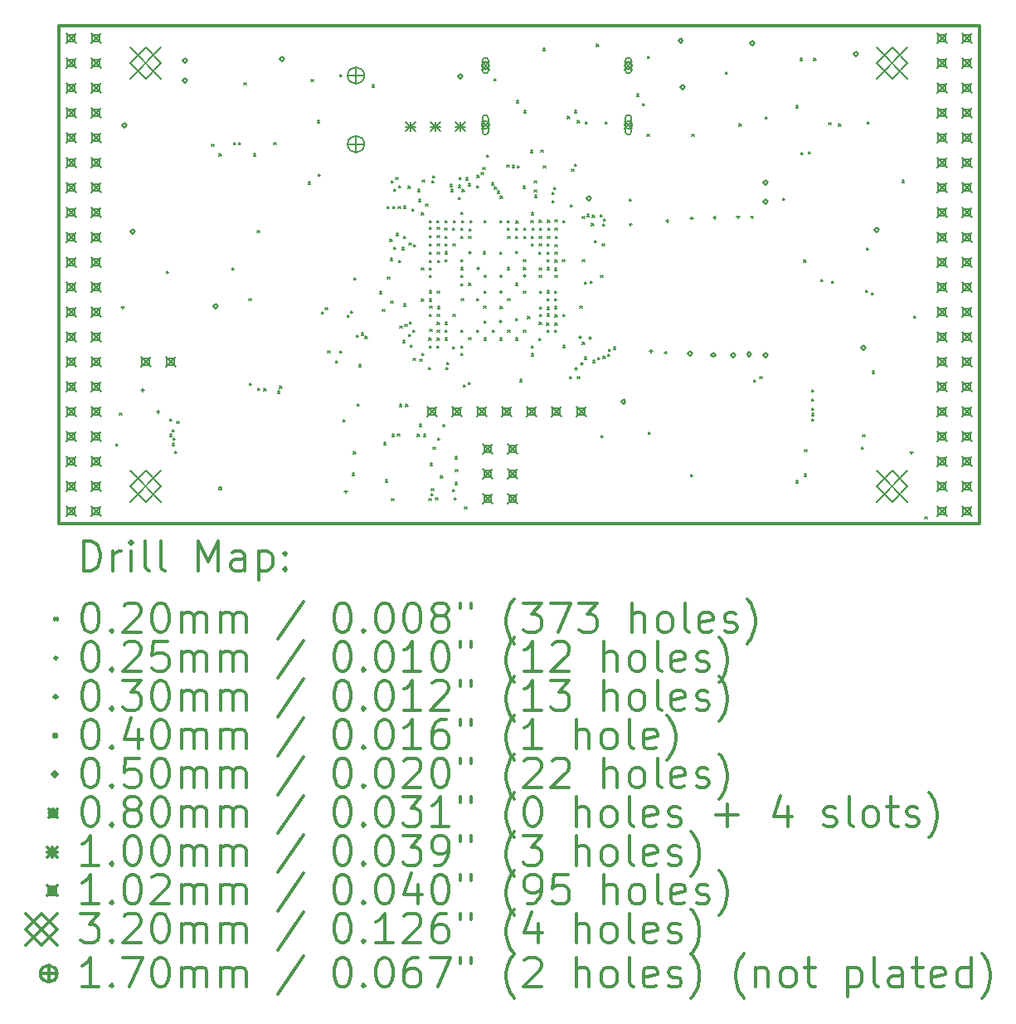
<source format=gbr>
%FSLAX45Y45*%
G04 Gerber Fmt 4.5, Leading zero omitted, Abs format (unit mm)*
G04 Created by KiCad (PCBNEW 4.0.7+dfsg1-1) date Mon Apr  2 15:36:31 2018*
%MOMM*%
%LPD*%
G01*
G04 APERTURE LIST*
%ADD10C,0.127000*%
%ADD11C,0.300000*%
%ADD12C,0.200000*%
G04 APERTURE END LIST*
D10*
D11*
X9410000Y-6142000D02*
X9410000Y-11222000D01*
X18808000Y-6142000D02*
X9410000Y-6142000D01*
X18808000Y-11222000D02*
X18808000Y-6142000D01*
X9410000Y-11222000D02*
X18808000Y-11222000D01*
D12*
X9998000Y-10410000D02*
X10018000Y-10430000D01*
X10018000Y-10410000D02*
X9998000Y-10430000D01*
X10035000Y-10094400D02*
X10055000Y-10114400D01*
X10055000Y-10094400D02*
X10035000Y-10114400D01*
X10514501Y-8649556D02*
X10534501Y-8669556D01*
X10534501Y-8649556D02*
X10514501Y-8669556D01*
X10545314Y-10310867D02*
X10565314Y-10330867D01*
X10565314Y-10310867D02*
X10545314Y-10330867D01*
X10547276Y-10156132D02*
X10567276Y-10176132D01*
X10567276Y-10156132D02*
X10547276Y-10176132D01*
X10574100Y-10266721D02*
X10594100Y-10286721D01*
X10594100Y-10266721D02*
X10574100Y-10286721D01*
X10574777Y-10403885D02*
X10594777Y-10423885D01*
X10594777Y-10403885D02*
X10574777Y-10423885D01*
X10579048Y-10351357D02*
X10599048Y-10371357D01*
X10599048Y-10351357D02*
X10579048Y-10371357D01*
X10598875Y-10487404D02*
X10618875Y-10507404D01*
X10618875Y-10487404D02*
X10598875Y-10507404D01*
X10617613Y-10179347D02*
X10637613Y-10199347D01*
X10637613Y-10179347D02*
X10617613Y-10199347D01*
X10974000Y-7352000D02*
X10994000Y-7372000D01*
X10994000Y-7352000D02*
X10974000Y-7372000D01*
X11049908Y-7448938D02*
X11069908Y-7468938D01*
X11069908Y-7448938D02*
X11049908Y-7468938D01*
X11179522Y-8615379D02*
X11199522Y-8635379D01*
X11199522Y-8615379D02*
X11179522Y-8635379D01*
X11197485Y-7337442D02*
X11217485Y-7357442D01*
X11217485Y-7337442D02*
X11197485Y-7357442D01*
X11251427Y-7337442D02*
X11271427Y-7357442D01*
X11271427Y-7337442D02*
X11251427Y-7357442D01*
X11305725Y-6724363D02*
X11325725Y-6744363D01*
X11325725Y-6724363D02*
X11305725Y-6744363D01*
X11356061Y-8927572D02*
X11376061Y-8947572D01*
X11376061Y-8927572D02*
X11356061Y-8947572D01*
X11360000Y-9792000D02*
X11380000Y-9812000D01*
X11380000Y-9792000D02*
X11360000Y-9812000D01*
X11400408Y-7451220D02*
X11420408Y-7471220D01*
X11420408Y-7451220D02*
X11400408Y-7471220D01*
X11441393Y-8230943D02*
X11461393Y-8250943D01*
X11461393Y-8230943D02*
X11441393Y-8250943D01*
X11446099Y-9843956D02*
X11466099Y-9863956D01*
X11466099Y-9843956D02*
X11446099Y-9863956D01*
X11509063Y-9847239D02*
X11529063Y-9867239D01*
X11529063Y-9847239D02*
X11509063Y-9867239D01*
X11609800Y-7337442D02*
X11629800Y-7357442D01*
X11629800Y-7337442D02*
X11609800Y-7357442D01*
X11646959Y-9872885D02*
X11666959Y-9892885D01*
X11666959Y-9872885D02*
X11646959Y-9892885D01*
X11670000Y-9822000D02*
X11690000Y-9842000D01*
X11690000Y-9822000D02*
X11670000Y-9842000D01*
X11959215Y-7739412D02*
X11979215Y-7759412D01*
X11979215Y-7739412D02*
X11959215Y-7759412D01*
X11990800Y-6690800D02*
X12010800Y-6710800D01*
X12010800Y-6690800D02*
X11990800Y-6710800D01*
X12056498Y-7112736D02*
X12076498Y-7132736D01*
X12076498Y-7112736D02*
X12056498Y-7132736D01*
X12063993Y-7659408D02*
X12083993Y-7679408D01*
X12083993Y-7659408D02*
X12063993Y-7679408D01*
X12098833Y-9065379D02*
X12118833Y-9085379D01*
X12118833Y-9065379D02*
X12098833Y-9085379D01*
X12133122Y-9021159D02*
X12153122Y-9041159D01*
X12153122Y-9021159D02*
X12133122Y-9041159D01*
X12158748Y-9461825D02*
X12178748Y-9481825D01*
X12178748Y-9461825D02*
X12158748Y-9481825D01*
X12242792Y-9562590D02*
X12262792Y-9582590D01*
X12262792Y-9562590D02*
X12242792Y-9582590D01*
X12282618Y-6643232D02*
X12302618Y-6663232D01*
X12302618Y-6643232D02*
X12282618Y-6663232D01*
X12283265Y-9462436D02*
X12303265Y-9482436D01*
X12303265Y-9462436D02*
X12283265Y-9482436D01*
X12317388Y-10161592D02*
X12337388Y-10181592D01*
X12337388Y-10161592D02*
X12317388Y-10181592D01*
X12360966Y-9096472D02*
X12380966Y-9116472D01*
X12380966Y-9096472D02*
X12360966Y-9116472D01*
X12391502Y-9053519D02*
X12411502Y-9073519D01*
X12411502Y-9053519D02*
X12391502Y-9073519D01*
X12410242Y-10710764D02*
X12430242Y-10730764D01*
X12430242Y-10710764D02*
X12410242Y-10730764D01*
X12422216Y-10490236D02*
X12442216Y-10510236D01*
X12442216Y-10490236D02*
X12422216Y-10510236D01*
X12426118Y-8717437D02*
X12446118Y-8737437D01*
X12446118Y-8717437D02*
X12426118Y-8737437D01*
X12426118Y-8717437D02*
X12446118Y-8737437D01*
X12446118Y-8717437D02*
X12426118Y-8737437D01*
X12453269Y-9302035D02*
X12473269Y-9322035D01*
X12473269Y-9302035D02*
X12453269Y-9322035D01*
X12460744Y-10002698D02*
X12480744Y-10022698D01*
X12480744Y-10002698D02*
X12460744Y-10022698D01*
X12474902Y-9600287D02*
X12494902Y-9620287D01*
X12494902Y-9600287D02*
X12474902Y-9620287D01*
X12501033Y-9279764D02*
X12521033Y-9299764D01*
X12521033Y-9279764D02*
X12501033Y-9299764D01*
X12542510Y-9313676D02*
X12562510Y-9333676D01*
X12562510Y-9313676D02*
X12542510Y-9333676D01*
X12610450Y-6748537D02*
X12630450Y-6768537D01*
X12630450Y-6748537D02*
X12610450Y-6768537D01*
X12687018Y-8855931D02*
X12707018Y-8875931D01*
X12707018Y-8855931D02*
X12687018Y-8875931D01*
X12720111Y-9035435D02*
X12740111Y-9055435D01*
X12740111Y-9035435D02*
X12720111Y-9055435D01*
X12731909Y-10397773D02*
X12751909Y-10417773D01*
X12751909Y-10397773D02*
X12731909Y-10417773D01*
X12748660Y-10777504D02*
X12768660Y-10797504D01*
X12768660Y-10777504D02*
X12748660Y-10797504D01*
X12764988Y-7989114D02*
X12784988Y-8009114D01*
X12784988Y-7989114D02*
X12764988Y-8009114D01*
X12771035Y-8708207D02*
X12791035Y-8728207D01*
X12791035Y-8708207D02*
X12771035Y-8728207D01*
X12796207Y-8322888D02*
X12816207Y-8342888D01*
X12816207Y-8322888D02*
X12796207Y-8342888D01*
X12799179Y-8517702D02*
X12819179Y-8537702D01*
X12819179Y-8517702D02*
X12799179Y-8537702D01*
X12803679Y-8951152D02*
X12823679Y-8971152D01*
X12823679Y-8951152D02*
X12803679Y-8971152D01*
X12805201Y-7723267D02*
X12825201Y-7743267D01*
X12825201Y-7723267D02*
X12805201Y-7743267D01*
X12811634Y-10966034D02*
X12831634Y-10986034D01*
X12831634Y-10966034D02*
X12811634Y-10986034D01*
X12814780Y-10310898D02*
X12834780Y-10330898D01*
X12834780Y-10310898D02*
X12814780Y-10330898D01*
X12822879Y-7985310D02*
X12842879Y-8005310D01*
X12842879Y-7985310D02*
X12822879Y-8005310D01*
X12834680Y-7807951D02*
X12854680Y-7827951D01*
X12854680Y-7807951D02*
X12834680Y-7827951D01*
X12835268Y-8401687D02*
X12855268Y-8421687D01*
X12855268Y-8401687D02*
X12835268Y-8421687D01*
X12854493Y-7691566D02*
X12874493Y-7711566D01*
X12874493Y-7691566D02*
X12854493Y-7711566D01*
X12859178Y-8263722D02*
X12879178Y-8283722D01*
X12879178Y-8263722D02*
X12859178Y-8283722D01*
X12870682Y-10308590D02*
X12890682Y-10328590D01*
X12890682Y-10308590D02*
X12870682Y-10328590D01*
X12880857Y-7988548D02*
X12900857Y-8008548D01*
X12900857Y-7988548D02*
X12880857Y-8008548D01*
X12881301Y-8540585D02*
X12901301Y-8560585D01*
X12901301Y-8540585D02*
X12881301Y-8560585D01*
X12886175Y-7777882D02*
X12906175Y-7797882D01*
X12906175Y-7777882D02*
X12886175Y-7797882D01*
X12890520Y-10007480D02*
X12910520Y-10027480D01*
X12910520Y-10007480D02*
X12890520Y-10027480D01*
X12895573Y-9206272D02*
X12915573Y-9226272D01*
X12915573Y-9206272D02*
X12895573Y-9226272D01*
X12920256Y-8405350D02*
X12940256Y-8425350D01*
X12940256Y-8405350D02*
X12920256Y-8425350D01*
X12926203Y-9354578D02*
X12946203Y-9374578D01*
X12946203Y-9354578D02*
X12926203Y-9374578D01*
X12933760Y-7984679D02*
X12953760Y-8004679D01*
X12953760Y-7984679D02*
X12933760Y-8004679D01*
X12934924Y-8983794D02*
X12954924Y-9003794D01*
X12954924Y-8983794D02*
X12934924Y-9003794D01*
X12935809Y-8290406D02*
X12955809Y-8310406D01*
X12955809Y-8290406D02*
X12935809Y-8310406D01*
X12946857Y-9190566D02*
X12966857Y-9210566D01*
X12966857Y-9190566D02*
X12946857Y-9210566D01*
X12956000Y-10005500D02*
X12976000Y-10025500D01*
X12976000Y-10005500D02*
X12956000Y-10025500D01*
X12982095Y-7781082D02*
X13002095Y-7801082D01*
X13002095Y-7781082D02*
X12982095Y-7801082D01*
X12987271Y-9293510D02*
X13007271Y-9313510D01*
X13007271Y-9293510D02*
X12987271Y-9313510D01*
X12989202Y-8359151D02*
X13009202Y-8379151D01*
X13009202Y-8359151D02*
X12989202Y-8379151D01*
X12991955Y-9163298D02*
X13011955Y-9183298D01*
X13011955Y-9163298D02*
X12991955Y-9183298D01*
X13002337Y-9402267D02*
X13022337Y-9422267D01*
X13022337Y-9402267D02*
X13002337Y-9422267D01*
X13017215Y-8013821D02*
X13037215Y-8033821D01*
X13037215Y-8013821D02*
X13017215Y-8033821D01*
X13028454Y-9248473D02*
X13048454Y-9268473D01*
X13048454Y-9248473D02*
X13028454Y-9268473D01*
X13032200Y-9535600D02*
X13052200Y-9555600D01*
X13052200Y-9535600D02*
X13032200Y-9555600D01*
X13038793Y-8376986D02*
X13058793Y-8396986D01*
X13058793Y-8376986D02*
X13038793Y-8396986D01*
X13073948Y-10310899D02*
X13093948Y-10330899D01*
X13093948Y-10310899D02*
X13073948Y-10330899D01*
X13077859Y-7815329D02*
X13097859Y-7835329D01*
X13097859Y-7815329D02*
X13077859Y-7835329D01*
X13085264Y-7914901D02*
X13105264Y-7934901D01*
X13105264Y-7914901D02*
X13085264Y-7934901D01*
X13093907Y-10208700D02*
X13113907Y-10228700D01*
X13113907Y-10208700D02*
X13093907Y-10228700D01*
X13098471Y-9546418D02*
X13118471Y-9566418D01*
X13118471Y-9546418D02*
X13098471Y-9566418D01*
X13116430Y-8612711D02*
X13136430Y-8632711D01*
X13136430Y-8612711D02*
X13116430Y-8632711D01*
X13116518Y-8052178D02*
X13136518Y-8072178D01*
X13136518Y-8052178D02*
X13116518Y-8072178D01*
X13117950Y-8930733D02*
X13137950Y-8950733D01*
X13137950Y-8930733D02*
X13117950Y-8950733D01*
X13121616Y-9485914D02*
X13141616Y-9505914D01*
X13141616Y-9485914D02*
X13121616Y-9505914D01*
X13125345Y-7716470D02*
X13145345Y-7736470D01*
X13145345Y-7716470D02*
X13125345Y-7736470D01*
X13135385Y-10310829D02*
X13155385Y-10330829D01*
X13155385Y-10310829D02*
X13135385Y-10330829D01*
X13157757Y-7959799D02*
X13177757Y-7979799D01*
X13177757Y-7959799D02*
X13157757Y-7979799D01*
X13188633Y-9630479D02*
X13208633Y-9650479D01*
X13208633Y-9630479D02*
X13188633Y-9650479D01*
X13192441Y-10966678D02*
X13212441Y-10986678D01*
X13212441Y-10966678D02*
X13192441Y-10986678D01*
X13193199Y-9330000D02*
X13213199Y-9350000D01*
X13213199Y-9330000D02*
X13193199Y-9350000D01*
X13197562Y-8931064D02*
X13217562Y-8951064D01*
X13217562Y-8931064D02*
X13197562Y-8951064D01*
X13197734Y-9090201D02*
X13217734Y-9110201D01*
X13217734Y-9090201D02*
X13197734Y-9110201D01*
X13197902Y-8284734D02*
X13217902Y-8304734D01*
X13217902Y-8284734D02*
X13197902Y-8304734D01*
X13197999Y-8200333D02*
X13217999Y-8220333D01*
X13217999Y-8200333D02*
X13197999Y-8220333D01*
X13198000Y-8690000D02*
X13218000Y-8710000D01*
X13218000Y-8690000D02*
X13198000Y-8710000D01*
X13198000Y-9410000D02*
X13218000Y-9430000D01*
X13218000Y-9410000D02*
X13198000Y-9430000D01*
X13198303Y-8616041D02*
X13218303Y-8636041D01*
X13218303Y-8616041D02*
X13198303Y-8636041D01*
X13198368Y-8369136D02*
X13218368Y-8389136D01*
X13218368Y-8369136D02*
X13198368Y-8389136D01*
X13198405Y-8845827D02*
X13218405Y-8865827D01*
X13218405Y-8845827D02*
X13198405Y-8865827D01*
X13198801Y-8130801D02*
X13218801Y-8150801D01*
X13218801Y-8130801D02*
X13198801Y-8150801D01*
X13198979Y-8537938D02*
X13218979Y-8557938D01*
X13218979Y-8537938D02*
X13198979Y-8557938D01*
X13199289Y-8453537D02*
X13219289Y-8473537D01*
X13219289Y-8453537D02*
X13199289Y-8473537D01*
X13200000Y-9005799D02*
X13220000Y-9025799D01*
X13220000Y-9005799D02*
X13200000Y-9025799D01*
X13201075Y-9242748D02*
X13221075Y-9262748D01*
X13221075Y-9242748D02*
X13201075Y-9262748D01*
X13206286Y-10608587D02*
X13226286Y-10628587D01*
X13226286Y-10608587D02*
X13206286Y-10628587D01*
X13211973Y-10917729D02*
X13231973Y-10937729D01*
X13231973Y-10917729D02*
X13211973Y-10937729D01*
X13218587Y-10865445D02*
X13238587Y-10885445D01*
X13238587Y-10865445D02*
X13218587Y-10885445D01*
X13220903Y-7724256D02*
X13240903Y-7744256D01*
X13240903Y-7724256D02*
X13220903Y-7744256D01*
X13232873Y-7672932D02*
X13252873Y-7692932D01*
X13252873Y-7672932D02*
X13232873Y-7692932D01*
X13236800Y-10440341D02*
X13256800Y-10460341D01*
X13256800Y-10440341D02*
X13236800Y-10460341D01*
X13260800Y-10958000D02*
X13280800Y-10978000D01*
X13280800Y-10958000D02*
X13260800Y-10978000D01*
X13272048Y-8130098D02*
X13292048Y-8150098D01*
X13292048Y-8130098D02*
X13272048Y-8150098D01*
X13274623Y-9409707D02*
X13294623Y-9429707D01*
X13294623Y-9409707D02*
X13274623Y-9429707D01*
X13277261Y-8284735D02*
X13297261Y-8304735D01*
X13297261Y-8284735D02*
X13277261Y-8304735D01*
X13278000Y-8200334D02*
X13298000Y-8220334D01*
X13298000Y-8200334D02*
X13278000Y-8220334D01*
X13278000Y-8850000D02*
X13298000Y-8870000D01*
X13298000Y-8850000D02*
X13278000Y-8870000D01*
X13278000Y-9090000D02*
X13298000Y-9110000D01*
X13298000Y-9090000D02*
X13278000Y-9110000D01*
X13278000Y-9170000D02*
X13298000Y-9190000D01*
X13298000Y-9170000D02*
X13278000Y-9190000D01*
X13278000Y-9250000D02*
X13298000Y-9270000D01*
X13298000Y-9250000D02*
X13278000Y-9270000D01*
X13278000Y-9330000D02*
X13298000Y-9350000D01*
X13298000Y-9330000D02*
X13278000Y-9350000D01*
X13278175Y-8369136D02*
X13298175Y-8389136D01*
X13298175Y-8369136D02*
X13278175Y-8389136D01*
X13278218Y-8453537D02*
X13298218Y-8473537D01*
X13298218Y-8453537D02*
X13278218Y-8473537D01*
X13279688Y-8536938D02*
X13299688Y-8556938D01*
X13299688Y-8536938D02*
X13279688Y-8556938D01*
X13280000Y-9008000D02*
X13300000Y-9028000D01*
X13300000Y-9008000D02*
X13280000Y-9028000D01*
X13282849Y-10350134D02*
X13302849Y-10370134D01*
X13302849Y-10350134D02*
X13282849Y-10370134D01*
X13311600Y-10736500D02*
X13331600Y-10756500D01*
X13331600Y-10736500D02*
X13311600Y-10756500D01*
X13354839Y-8209060D02*
X13374839Y-8229060D01*
X13374839Y-8209060D02*
X13354839Y-8229060D01*
X13356449Y-8131468D02*
X13376449Y-8151468D01*
X13376449Y-8131468D02*
X13356449Y-8151468D01*
X13357194Y-8449520D02*
X13377194Y-8469520D01*
X13377194Y-8449520D02*
X13357194Y-8469520D01*
X13358000Y-8290000D02*
X13378000Y-8310000D01*
X13378000Y-8290000D02*
X13358000Y-8310000D01*
X13358000Y-8370000D02*
X13378000Y-8390000D01*
X13378000Y-8370000D02*
X13358000Y-8390000D01*
X13358000Y-8530000D02*
X13378000Y-8550000D01*
X13378000Y-8530000D02*
X13358000Y-8550000D01*
X13358000Y-9170000D02*
X13378000Y-9190000D01*
X13378000Y-9170000D02*
X13358000Y-9190000D01*
X13358000Y-9250000D02*
X13378000Y-9270000D01*
X13378000Y-9250000D02*
X13358000Y-9270000D01*
X13358548Y-9330230D02*
X13378548Y-9350230D01*
X13378548Y-9330230D02*
X13358548Y-9350230D01*
X13366285Y-9629515D02*
X13386285Y-9649515D01*
X13386285Y-9629515D02*
X13366285Y-9649515D01*
X13375239Y-9577580D02*
X13395239Y-9597580D01*
X13395239Y-9577580D02*
X13375239Y-9597580D01*
X13407730Y-7762109D02*
X13427730Y-7782109D01*
X13427730Y-7762109D02*
X13407730Y-7782109D01*
X13415018Y-7815381D02*
X13435018Y-7835381D01*
X13435018Y-7815381D02*
X13415018Y-7835381D01*
X13433398Y-8208015D02*
X13453398Y-8228015D01*
X13453398Y-8208015D02*
X13433398Y-8228015D01*
X13435582Y-9416717D02*
X13455582Y-9436717D01*
X13455582Y-9416717D02*
X13435582Y-9436717D01*
X13436400Y-10874197D02*
X13456400Y-10894197D01*
X13456400Y-10874197D02*
X13436400Y-10894197D01*
X13438000Y-8370000D02*
X13458000Y-8390000D01*
X13458000Y-8370000D02*
X13438000Y-8390000D01*
X13438000Y-9090000D02*
X13458000Y-9110000D01*
X13458000Y-9090000D02*
X13438000Y-9110000D01*
X13440850Y-8130675D02*
X13460850Y-8150675D01*
X13460850Y-8130675D02*
X13440850Y-8150675D01*
X13453687Y-10961995D02*
X13473687Y-10981995D01*
X13473687Y-10961995D02*
X13453687Y-10981995D01*
X13457587Y-10803159D02*
X13477587Y-10823159D01*
X13477587Y-10803159D02*
X13457587Y-10823159D01*
X13460735Y-10540845D02*
X13480735Y-10560845D01*
X13480735Y-10540845D02*
X13460735Y-10560845D01*
X13465065Y-10671051D02*
X13485065Y-10691051D01*
X13485065Y-10671051D02*
X13465065Y-10691051D01*
X13492132Y-7892495D02*
X13512132Y-7912495D01*
X13512132Y-7892495D02*
X13492132Y-7912495D01*
X13493478Y-7773120D02*
X13513478Y-7793120D01*
X13513478Y-7773120D02*
X13493478Y-7793120D01*
X13503206Y-7688719D02*
X13523206Y-7708719D01*
X13523206Y-7688719D02*
X13503206Y-7708719D01*
X13517939Y-8774646D02*
X13537939Y-8794646D01*
X13537939Y-8774646D02*
X13517939Y-8794646D01*
X13518000Y-8292201D02*
X13538000Y-8312201D01*
X13538000Y-8292201D02*
X13518000Y-8312201D01*
X13518000Y-8530000D02*
X13538000Y-8550000D01*
X13538000Y-8530000D02*
X13518000Y-8550000D01*
X13518000Y-8610000D02*
X13538000Y-8630000D01*
X13538000Y-8610000D02*
X13518000Y-8630000D01*
X13518000Y-8690000D02*
X13538000Y-8710000D01*
X13538000Y-8690000D02*
X13518000Y-8710000D01*
X13518000Y-9250000D02*
X13538000Y-9270000D01*
X13538000Y-9250000D02*
X13518000Y-9270000D01*
X13518128Y-8048312D02*
X13538128Y-8068312D01*
X13538128Y-8048312D02*
X13518128Y-8068312D01*
X13518463Y-9488530D02*
X13538463Y-9508530D01*
X13538463Y-9488530D02*
X13518463Y-9508530D01*
X13518862Y-9412562D02*
X13538862Y-9432562D01*
X13538862Y-9412562D02*
X13518862Y-9432562D01*
X13521538Y-8209385D02*
X13541538Y-8229385D01*
X13541538Y-8209385D02*
X13521538Y-8229385D01*
X13524276Y-8928163D02*
X13544276Y-8948163D01*
X13544276Y-8928163D02*
X13524276Y-8948163D01*
X13525957Y-8129544D02*
X13545957Y-8149544D01*
X13545957Y-8129544D02*
X13525957Y-8149544D01*
X13531439Y-7812965D02*
X13551439Y-7832965D01*
X13551439Y-7812965D02*
X13531439Y-7832965D01*
X13541702Y-9806717D02*
X13561702Y-9826717D01*
X13561702Y-9806717D02*
X13541702Y-9826717D01*
X13555656Y-11051071D02*
X13575656Y-11071071D01*
X13575656Y-11051071D02*
X13555656Y-11071071D01*
X13567853Y-7696975D02*
X13587853Y-7716975D01*
X13587853Y-7696975D02*
X13567853Y-7716975D01*
X13592822Y-9782273D02*
X13612822Y-9802273D01*
X13612822Y-9782273D02*
X13592822Y-9802273D01*
X13595059Y-7754447D02*
X13615059Y-7774447D01*
X13615059Y-7754447D02*
X13595059Y-7774447D01*
X13598000Y-8290000D02*
X13618000Y-8310000D01*
X13618000Y-8290000D02*
X13598000Y-8310000D01*
X13598000Y-8770000D02*
X13618000Y-8790000D01*
X13618000Y-8770000D02*
X13598000Y-8790000D01*
X13599596Y-9326965D02*
X13619596Y-9346965D01*
X13619596Y-9326965D02*
X13599596Y-9346965D01*
X13602455Y-8216004D02*
X13622455Y-8236004D01*
X13622455Y-8216004D02*
X13602455Y-8236004D01*
X13613334Y-8133723D02*
X13633334Y-8153723D01*
X13633334Y-8133723D02*
X13613334Y-8153723D01*
X13678000Y-8930000D02*
X13698000Y-8950000D01*
X13698000Y-8930000D02*
X13678000Y-8950000D01*
X13678000Y-9250000D02*
X13698000Y-9270000D01*
X13698000Y-9250000D02*
X13678000Y-9270000D01*
X13679461Y-7776107D02*
X13699461Y-7796107D01*
X13699461Y-7776107D02*
X13679461Y-7796107D01*
X13683955Y-7670371D02*
X13703955Y-7690371D01*
X13703955Y-7670371D02*
X13683955Y-7690371D01*
X13725810Y-7638347D02*
X13745810Y-7658347D01*
X13745810Y-7638347D02*
X13725810Y-7658347D01*
X13742850Y-7588477D02*
X13762850Y-7608477D01*
X13762850Y-7588477D02*
X13742850Y-7608477D01*
X13745078Y-8447729D02*
X13765078Y-8467729D01*
X13765078Y-8447729D02*
X13745078Y-8467729D01*
X13752489Y-9002290D02*
X13772489Y-9022290D01*
X13772489Y-9002290D02*
X13752489Y-9022290D01*
X13755905Y-9153803D02*
X13775905Y-9173803D01*
X13775905Y-9153803D02*
X13755905Y-9173803D01*
X13758000Y-8130000D02*
X13778000Y-8150000D01*
X13778000Y-8130000D02*
X13758000Y-8150000D01*
X13758000Y-8850000D02*
X13778000Y-8870000D01*
X13778000Y-8850000D02*
X13758000Y-8870000D01*
X13758000Y-9330000D02*
X13778000Y-9350000D01*
X13778000Y-9330000D02*
X13758000Y-9350000D01*
X13782524Y-7463957D02*
X13802524Y-7483957D01*
X13802524Y-7463957D02*
X13782524Y-7483957D01*
X13830592Y-7745154D02*
X13850592Y-7765154D01*
X13850592Y-7745154D02*
X13830592Y-7765154D01*
X13838000Y-9250000D02*
X13858000Y-9270000D01*
X13858000Y-9250000D02*
X13838000Y-9270000D01*
X13855369Y-6683225D02*
X13875369Y-6703225D01*
X13875369Y-6683225D02*
X13855369Y-6703225D01*
X13862293Y-7788159D02*
X13882293Y-7808159D01*
X13882293Y-7788159D02*
X13862293Y-7808159D01*
X13893994Y-7831909D02*
X13913994Y-7851909D01*
X13913994Y-7831909D02*
X13893994Y-7851909D01*
X13917252Y-8451135D02*
X13937252Y-8471135D01*
X13937252Y-8451135D02*
X13917252Y-8471135D01*
X13918000Y-8130000D02*
X13938000Y-8150000D01*
X13938000Y-8130000D02*
X13918000Y-8150000D01*
X13918000Y-9330000D02*
X13938000Y-9350000D01*
X13938000Y-9330000D02*
X13918000Y-9350000D01*
X13921466Y-7881869D02*
X13941466Y-7901869D01*
X13941466Y-7881869D02*
X13921466Y-7901869D01*
X13922232Y-9006404D02*
X13942232Y-9026404D01*
X13942232Y-9006404D02*
X13922232Y-9026404D01*
X13989274Y-7564800D02*
X14009274Y-7584800D01*
X14009274Y-7564800D02*
X13989274Y-7584800D01*
X13991460Y-8609297D02*
X14011460Y-8629297D01*
X14011460Y-8609297D02*
X13991460Y-8629297D01*
X13992898Y-8130000D02*
X14012898Y-8150000D01*
X14012898Y-8130000D02*
X13992898Y-8150000D01*
X13992898Y-8210000D02*
X14012898Y-8230000D01*
X14012898Y-8210000D02*
X13992898Y-8230000D01*
X13996000Y-8292000D02*
X14016000Y-8312000D01*
X14016000Y-8292000D02*
X13996000Y-8312000D01*
X13998000Y-8930000D02*
X14018000Y-8950000D01*
X14018000Y-8930000D02*
X13998000Y-8950000D01*
X13998000Y-9250000D02*
X14018000Y-9270000D01*
X14018000Y-9250000D02*
X13998000Y-9270000D01*
X14041773Y-7569399D02*
X14061773Y-7589399D01*
X14061773Y-7569399D02*
X14041773Y-7589399D01*
X14076133Y-8294127D02*
X14096133Y-8314127D01*
X14096133Y-8294127D02*
X14076133Y-8314127D01*
X14077299Y-8207716D02*
X14097299Y-8227716D01*
X14097299Y-8207716D02*
X14077299Y-8227716D01*
X14077419Y-9133335D02*
X14097419Y-9153335D01*
X14097419Y-9133335D02*
X14077419Y-9153335D01*
X14077693Y-8445254D02*
X14097693Y-8465254D01*
X14097693Y-8445254D02*
X14077693Y-8465254D01*
X14078000Y-9330000D02*
X14098000Y-9350000D01*
X14098000Y-9330000D02*
X14078000Y-9350000D01*
X14079623Y-8771623D02*
X14099623Y-8791623D01*
X14099623Y-8771623D02*
X14079623Y-8791623D01*
X14082264Y-8134744D02*
X14102264Y-8154744D01*
X14102264Y-8134744D02*
X14082264Y-8154744D01*
X14083603Y-6907871D02*
X14103603Y-6927871D01*
X14103603Y-6907871D02*
X14083603Y-6927871D01*
X14094211Y-7574661D02*
X14114211Y-7594661D01*
X14114211Y-7574661D02*
X14094211Y-7594661D01*
X14118066Y-9754201D02*
X14138066Y-9774201D01*
X14138066Y-9754201D02*
X14118066Y-9774201D01*
X14152481Y-7781450D02*
X14172481Y-7801450D01*
X14172481Y-7781450D02*
X14152481Y-7801450D01*
X14158000Y-8530000D02*
X14178000Y-8550000D01*
X14178000Y-8530000D02*
X14158000Y-8550000D01*
X14158000Y-8610000D02*
X14178000Y-8630000D01*
X14178000Y-8610000D02*
X14158000Y-8630000D01*
X14158000Y-8850000D02*
X14178000Y-8870000D01*
X14178000Y-8850000D02*
X14158000Y-8870000D01*
X14158000Y-9250000D02*
X14178000Y-9270000D01*
X14178000Y-9250000D02*
X14158000Y-9270000D01*
X14162701Y-8209494D02*
X14182701Y-8229494D01*
X14182701Y-8209494D02*
X14162701Y-8229494D01*
X14162701Y-8289887D02*
X14182701Y-8309887D01*
X14182701Y-8289887D02*
X14162701Y-8309887D01*
X14164000Y-7010100D02*
X14184000Y-7030100D01*
X14184000Y-7010100D02*
X14164000Y-7030100D01*
X14200722Y-9110102D02*
X14220722Y-9130102D01*
X14220722Y-9110102D02*
X14200722Y-9130102D01*
X14231885Y-7415796D02*
X14251885Y-7435796D01*
X14251885Y-7415796D02*
X14231885Y-7435796D01*
X14235032Y-8132000D02*
X14255032Y-8152000D01*
X14255032Y-8132000D02*
X14235032Y-8152000D01*
X14236000Y-8052000D02*
X14256000Y-8072000D01*
X14256000Y-8052000D02*
X14236000Y-8072000D01*
X14236000Y-8292000D02*
X14256000Y-8312000D01*
X14256000Y-8292000D02*
X14236000Y-8312000D01*
X14238000Y-8370000D02*
X14258000Y-8390000D01*
X14258000Y-8370000D02*
X14238000Y-8390000D01*
X14238000Y-9410000D02*
X14258000Y-9430000D01*
X14258000Y-9410000D02*
X14238000Y-9430000D01*
X14238000Y-9490000D02*
X14258000Y-9510000D01*
X14258000Y-9490000D02*
X14238000Y-9510000D01*
X14247102Y-8210435D02*
X14267102Y-8230435D01*
X14267102Y-8210435D02*
X14247102Y-8230435D01*
X14268441Y-7818307D02*
X14288441Y-7838307D01*
X14288441Y-7818307D02*
X14268441Y-7838307D01*
X14268583Y-7724192D02*
X14288583Y-7744192D01*
X14288583Y-7724192D02*
X14268583Y-7744192D01*
X14271130Y-7874603D02*
X14291130Y-7894603D01*
X14291130Y-7874603D02*
X14271130Y-7894603D01*
X14316000Y-8452000D02*
X14336000Y-8472000D01*
X14336000Y-8452000D02*
X14316000Y-8472000D01*
X14316969Y-9331491D02*
X14336969Y-9351491D01*
X14336969Y-9331491D02*
X14316969Y-9351491D01*
X14318000Y-8370000D02*
X14338000Y-8390000D01*
X14338000Y-8370000D02*
X14318000Y-8390000D01*
X14318000Y-8690000D02*
X14338000Y-8710000D01*
X14338000Y-8690000D02*
X14318000Y-8710000D01*
X14318000Y-9170000D02*
X14338000Y-9190000D01*
X14338000Y-9170000D02*
X14318000Y-9190000D01*
X14318740Y-8294201D02*
X14338740Y-8314201D01*
X14338740Y-8294201D02*
X14318740Y-8314201D01*
X14319433Y-8127729D02*
X14339433Y-8147729D01*
X14339433Y-8127729D02*
X14319433Y-8147729D01*
X14320000Y-8612000D02*
X14340000Y-8632000D01*
X14340000Y-8612000D02*
X14320000Y-8632000D01*
X14322201Y-8849503D02*
X14342201Y-8869503D01*
X14342201Y-8849503D02*
X14322201Y-8869503D01*
X14322201Y-9010195D02*
X14342201Y-9030195D01*
X14342201Y-9010195D02*
X14322201Y-9030195D01*
X14322201Y-9090066D02*
X14342201Y-9110066D01*
X14342201Y-9090066D02*
X14322201Y-9110066D01*
X14323265Y-8209799D02*
X14343265Y-8229799D01*
X14343265Y-8209799D02*
X14323265Y-8229799D01*
X14335701Y-7411913D02*
X14355701Y-7431913D01*
X14355701Y-7411913D02*
X14335701Y-7431913D01*
X14355067Y-6376252D02*
X14375067Y-6396252D01*
X14375067Y-6376252D02*
X14355067Y-6396252D01*
X14360888Y-7571730D02*
X14380888Y-7591730D01*
X14380888Y-7571730D02*
X14360888Y-7591730D01*
X14396483Y-9177765D02*
X14416483Y-9197765D01*
X14416483Y-9177765D02*
X14396483Y-9197765D01*
X14397624Y-8929530D02*
X14417624Y-8949530D01*
X14417624Y-8929530D02*
X14397624Y-8949530D01*
X14397701Y-9016697D02*
X14417701Y-9036697D01*
X14417701Y-9016697D02*
X14397701Y-9036697D01*
X14398000Y-8610000D02*
X14418000Y-8630000D01*
X14418000Y-8610000D02*
X14398000Y-8630000D01*
X14398000Y-9085650D02*
X14418000Y-9105650D01*
X14418000Y-9085650D02*
X14398000Y-9105650D01*
X14398283Y-8848451D02*
X14418283Y-8868451D01*
X14418283Y-8848451D02*
X14398283Y-8868451D01*
X14400201Y-8529722D02*
X14420201Y-8549722D01*
X14420201Y-8529722D02*
X14400201Y-8549722D01*
X14400319Y-8367799D02*
X14420319Y-8387799D01*
X14420319Y-8367799D02*
X14400319Y-8387799D01*
X14400350Y-8456040D02*
X14420350Y-8476040D01*
X14420350Y-8456040D02*
X14400350Y-8476040D01*
X14401325Y-9248876D02*
X14421325Y-9268876D01*
X14421325Y-9248876D02*
X14401325Y-9268876D01*
X14403141Y-8290000D02*
X14423141Y-8310000D01*
X14423141Y-8290000D02*
X14403141Y-8310000D01*
X14403835Y-8128377D02*
X14423835Y-8148377D01*
X14423835Y-8128377D02*
X14403835Y-8148377D01*
X14407666Y-8210000D02*
X14427666Y-8230000D01*
X14427666Y-8210000D02*
X14407666Y-8230000D01*
X14450634Y-7841735D02*
X14470634Y-7861735D01*
X14470634Y-7841735D02*
X14450634Y-7861735D01*
X14450634Y-7926136D02*
X14470634Y-7946136D01*
X14470634Y-7926136D02*
X14450634Y-7946136D01*
X14469153Y-7792394D02*
X14489153Y-7812394D01*
X14489153Y-7792394D02*
X14469153Y-7812394D01*
X14475676Y-8924990D02*
X14495676Y-8944990D01*
X14495676Y-8924990D02*
X14475676Y-8944990D01*
X14476724Y-9009392D02*
X14496724Y-9029392D01*
X14496724Y-9009392D02*
X14476724Y-9029392D01*
X14477515Y-8619275D02*
X14497515Y-8639275D01*
X14497515Y-8619275D02*
X14477515Y-8639275D01*
X14477765Y-8852201D02*
X14497765Y-8872201D01*
X14497765Y-8852201D02*
X14477765Y-8872201D01*
X14478235Y-9247799D02*
X14498235Y-9267799D01*
X14498235Y-9247799D02*
X14478235Y-9267799D01*
X14478778Y-8123192D02*
X14498778Y-8143192D01*
X14498778Y-8123192D02*
X14478778Y-8143192D01*
X14478812Y-8207593D02*
X14498812Y-8227593D01*
X14498812Y-8207593D02*
X14478812Y-8227593D01*
X14478935Y-8534874D02*
X14498935Y-8554874D01*
X14498935Y-8534874D02*
X14478935Y-8554874D01*
X14479160Y-9178194D02*
X14499160Y-9198194D01*
X14499160Y-9178194D02*
X14479160Y-9198194D01*
X14479432Y-8687756D02*
X14499432Y-8707756D01*
X14499432Y-8687756D02*
X14479432Y-8707756D01*
X14479670Y-8376395D02*
X14499670Y-8396395D01*
X14499670Y-8376395D02*
X14479670Y-8396395D01*
X14480294Y-9093793D02*
X14500294Y-9113793D01*
X14500294Y-9093793D02*
X14480294Y-9113793D01*
X14481241Y-8455796D02*
X14501241Y-8475796D01*
X14501241Y-8455796D02*
X14481241Y-8475796D01*
X14481689Y-8291994D02*
X14501689Y-8311994D01*
X14501689Y-8291994D02*
X14481689Y-8311994D01*
X14557281Y-8529606D02*
X14577281Y-8549606D01*
X14577281Y-8529606D02*
X14557281Y-8549606D01*
X14558000Y-8130512D02*
X14578000Y-8150512D01*
X14578000Y-8130512D02*
X14558000Y-8150512D01*
X14558739Y-9089665D02*
X14578739Y-9109665D01*
X14578739Y-9089665D02*
X14558739Y-9109665D01*
X14559124Y-9406675D02*
X14579124Y-9426675D01*
X14579124Y-9406675D02*
X14559124Y-9426675D01*
X14608000Y-7070000D02*
X14628000Y-7090000D01*
X14628000Y-7070000D02*
X14608000Y-7090000D01*
X14629479Y-9723392D02*
X14649479Y-9743392D01*
X14649479Y-9723392D02*
X14629479Y-9743392D01*
X14638141Y-7971938D02*
X14658141Y-7991938D01*
X14658141Y-7971938D02*
X14638141Y-7991938D01*
X14648744Y-7607406D02*
X14668744Y-7627406D01*
X14668744Y-7607406D02*
X14648744Y-7627406D01*
X14678000Y-7010000D02*
X14698000Y-7030000D01*
X14698000Y-7010000D02*
X14678000Y-7030000D01*
X14680145Y-7555491D02*
X14700145Y-7575491D01*
X14700145Y-7555491D02*
X14680145Y-7575491D01*
X14707598Y-9723392D02*
X14727598Y-9743392D01*
X14727598Y-9723392D02*
X14707598Y-9743392D01*
X14708600Y-7110000D02*
X14728600Y-7130000D01*
X14728600Y-7110000D02*
X14708600Y-7130000D01*
X14733095Y-9001248D02*
X14753095Y-9021248D01*
X14753095Y-9001248D02*
X14733095Y-9021248D01*
X14758739Y-8527409D02*
X14778739Y-8547409D01*
X14778739Y-8527409D02*
X14758739Y-8547409D01*
X14758831Y-8088311D02*
X14778831Y-8108311D01*
X14778831Y-8088311D02*
X14758831Y-8108311D01*
X14760000Y-9372000D02*
X14780000Y-9392000D01*
X14780000Y-9372000D02*
X14760000Y-9392000D01*
X14781079Y-8758342D02*
X14801079Y-8778342D01*
X14801079Y-8758342D02*
X14781079Y-8778342D01*
X14782886Y-9523902D02*
X14802886Y-9543902D01*
X14802886Y-9523902D02*
X14782886Y-9543902D01*
X14788315Y-7124708D02*
X14808315Y-7144708D01*
X14808315Y-7124708D02*
X14788315Y-7144708D01*
X14807525Y-8068155D02*
X14827525Y-8088155D01*
X14827525Y-8068155D02*
X14807525Y-8088155D01*
X14838354Y-8752346D02*
X14858354Y-8772346D01*
X14858354Y-8752346D02*
X14838354Y-8772346D01*
X14851066Y-8160586D02*
X14871066Y-8180586D01*
X14871066Y-8160586D02*
X14851066Y-8180586D01*
X14859611Y-8076185D02*
X14879611Y-8096185D01*
X14879611Y-8076185D02*
X14859611Y-8096185D01*
X14864798Y-9556963D02*
X14884798Y-9576963D01*
X14884798Y-9556963D02*
X14864798Y-9576963D01*
X14882151Y-8334201D02*
X14902151Y-8354201D01*
X14902151Y-8334201D02*
X14882151Y-8354201D01*
X14903412Y-6332405D02*
X14923412Y-6352405D01*
X14923412Y-6332405D02*
X14903412Y-6352405D01*
X14918439Y-9527799D02*
X14938439Y-9547799D01*
X14938439Y-9527799D02*
X14918439Y-9547799D01*
X14942722Y-8073801D02*
X14962722Y-8093801D01*
X14962722Y-8073801D02*
X14942722Y-8093801D01*
X14945314Y-8688944D02*
X14965314Y-8708944D01*
X14965314Y-8688944D02*
X14945314Y-8708944D01*
X14947728Y-10322085D02*
X14967728Y-10342085D01*
X14967728Y-10322085D02*
X14947728Y-10342085D01*
X14963249Y-8370769D02*
X14983249Y-8390769D01*
X14983249Y-8370769D02*
X14963249Y-8390769D01*
X14968729Y-8167499D02*
X14988729Y-8187499D01*
X14988729Y-8167499D02*
X14968729Y-8187499D01*
X14969589Y-9515108D02*
X14989589Y-9535108D01*
X14989589Y-9515108D02*
X14969589Y-9535108D01*
X14975319Y-8115211D02*
X14995319Y-8135211D01*
X14995319Y-8115211D02*
X14975319Y-8135211D01*
X14993085Y-7123185D02*
X15013085Y-7143185D01*
X15013085Y-7123185D02*
X14993085Y-7143185D01*
X15017890Y-9494025D02*
X15037890Y-9514025D01*
X15037890Y-9494025D02*
X15017890Y-9514025D01*
X15024597Y-9441753D02*
X15044597Y-9461753D01*
X15044597Y-9441753D02*
X15024597Y-9461753D01*
X15078921Y-9423257D02*
X15098921Y-9443257D01*
X15098921Y-9423257D02*
X15078921Y-9443257D01*
X15239707Y-7909347D02*
X15259707Y-7929347D01*
X15259707Y-7909347D02*
X15239707Y-7929347D01*
X15316126Y-6841582D02*
X15336126Y-6861582D01*
X15336126Y-6841582D02*
X15316126Y-6861582D01*
X15374328Y-6936983D02*
X15394328Y-6956983D01*
X15394328Y-6936983D02*
X15374328Y-6956983D01*
X15419800Y-7249600D02*
X15439800Y-7269600D01*
X15439800Y-7249600D02*
X15419800Y-7269600D01*
X15422933Y-6454377D02*
X15442933Y-6474377D01*
X15442933Y-6454377D02*
X15422933Y-6474377D01*
X15432558Y-10288777D02*
X15452558Y-10308777D01*
X15452558Y-10288777D02*
X15432558Y-10308777D01*
X15861665Y-10722518D02*
X15881665Y-10742518D01*
X15881665Y-10722518D02*
X15861665Y-10742518D01*
X15877000Y-7249600D02*
X15897000Y-7269600D01*
X15897000Y-7249600D02*
X15877000Y-7269600D01*
X16217147Y-6618496D02*
X16237147Y-6638496D01*
X16237147Y-6618496D02*
X16217147Y-6638496D01*
X16360322Y-7144216D02*
X16380322Y-7164216D01*
X16380322Y-7144216D02*
X16360322Y-7164216D01*
X16507059Y-9756632D02*
X16527059Y-9776632D01*
X16527059Y-9756632D02*
X16507059Y-9776632D01*
X16570337Y-9724488D02*
X16590337Y-9744488D01*
X16590337Y-9724488D02*
X16570337Y-9744488D01*
X16625348Y-7073546D02*
X16645348Y-7093546D01*
X16645348Y-7073546D02*
X16625348Y-7093546D01*
X16806644Y-7900804D02*
X16826644Y-7920804D01*
X16826644Y-7900804D02*
X16806644Y-7920804D01*
X16940659Y-10785373D02*
X16960659Y-10805373D01*
X16960659Y-10785373D02*
X16940659Y-10805373D01*
X16941704Y-6958649D02*
X16961704Y-6978649D01*
X16961704Y-6958649D02*
X16941704Y-6978649D01*
X16981900Y-6474900D02*
X17001900Y-6494900D01*
X17001900Y-6474900D02*
X16981900Y-6494900D01*
X16992648Y-7434686D02*
X17012648Y-7454686D01*
X17012648Y-7434686D02*
X16992648Y-7454686D01*
X17020954Y-8534153D02*
X17040954Y-8554153D01*
X17040954Y-8534153D02*
X17020954Y-8554153D01*
X17026290Y-10718620D02*
X17046290Y-10738620D01*
X17046290Y-10718620D02*
X17026290Y-10738620D01*
X17028315Y-10470365D02*
X17048315Y-10490365D01*
X17048315Y-10470365D02*
X17028315Y-10490365D01*
X17063907Y-7430637D02*
X17083907Y-7450637D01*
X17083907Y-7430637D02*
X17063907Y-7450637D01*
X17098912Y-9856600D02*
X17118912Y-9876600D01*
X17118912Y-9856600D02*
X17098912Y-9876600D01*
X17098912Y-9951966D02*
X17118912Y-9971966D01*
X17118912Y-9951966D02*
X17098912Y-9971966D01*
X17098912Y-10045982D02*
X17118912Y-10065982D01*
X17118912Y-10045982D02*
X17098912Y-10065982D01*
X17098912Y-10098683D02*
X17118912Y-10118683D01*
X17118912Y-10098683D02*
X17098912Y-10118683D01*
X17098912Y-10155324D02*
X17118912Y-10175324D01*
X17118912Y-10155324D02*
X17098912Y-10175324D01*
X17121600Y-6474900D02*
X17141600Y-6494900D01*
X17141600Y-6474900D02*
X17121600Y-6494900D01*
X17194707Y-8733845D02*
X17214707Y-8753845D01*
X17214707Y-8733845D02*
X17194707Y-8753845D01*
X17275372Y-7130727D02*
X17295372Y-7150727D01*
X17295372Y-7130727D02*
X17275372Y-7150727D01*
X17303795Y-8749428D02*
X17323795Y-8769428D01*
X17323795Y-8749428D02*
X17303795Y-8769428D01*
X17375600Y-7143899D02*
X17395600Y-7163899D01*
X17395600Y-7143899D02*
X17375600Y-7163899D01*
X17608573Y-10442076D02*
X17628573Y-10462076D01*
X17628573Y-10442076D02*
X17608573Y-10462076D01*
X17620559Y-10317981D02*
X17640559Y-10337981D01*
X17640559Y-10317981D02*
X17620559Y-10337981D01*
X17650543Y-8840716D02*
X17670543Y-8860716D01*
X17670543Y-8840716D02*
X17650543Y-8860716D01*
X17660000Y-8412000D02*
X17680000Y-8432000D01*
X17680000Y-8412000D02*
X17660000Y-8432000D01*
X17669708Y-7124179D02*
X17689708Y-7144179D01*
X17689708Y-7124179D02*
X17669708Y-7144179D01*
X17711107Y-8866403D02*
X17731107Y-8886403D01*
X17731107Y-8866403D02*
X17711107Y-8886403D01*
X17718798Y-9667866D02*
X17738798Y-9687866D01*
X17738798Y-9667866D02*
X17718798Y-9687866D01*
X18024078Y-7721693D02*
X18044078Y-7741693D01*
X18044078Y-7721693D02*
X18024078Y-7741693D01*
X18139100Y-9105600D02*
X18159100Y-9125600D01*
X18159100Y-9105600D02*
X18139100Y-9125600D01*
X18257515Y-11153763D02*
X18277515Y-11173763D01*
X18277515Y-11153763D02*
X18257515Y-11173763D01*
X13357629Y-10223262D02*
G75*
G03X13357629Y-10223262I-12700J0D01*
G01*
X13620700Y-8460000D02*
G75*
G03X13620700Y-8460000I-12700J0D01*
G01*
X13706511Y-8619631D02*
G75*
G03X13706511Y-8619631I-12700J0D01*
G01*
X13780700Y-8700000D02*
G75*
G03X13780700Y-8700000I-12700J0D01*
G01*
X13939164Y-9161521D02*
G75*
G03X13939164Y-9161521I-12700J0D01*
G01*
X13940700Y-8700000D02*
G75*
G03X13940700Y-8700000I-12700J0D01*
G01*
X13940700Y-8860000D02*
G75*
G03X13940700Y-8860000I-12700J0D01*
G01*
X14180298Y-8698652D02*
G75*
G03X14180298Y-8698652I-12700J0D01*
G01*
X14706928Y-9645206D02*
G75*
G03X14706928Y-9645206I-12700J0D01*
G01*
X14747089Y-9321713D02*
G75*
G03X14747089Y-9321713I-12700J0D01*
G01*
X14766147Y-9591326D02*
G75*
G03X14766147Y-9591326I-12700J0D01*
G01*
X14847601Y-9332231D02*
G75*
G03X14847601Y-9332231I-12700J0D01*
G01*
X10065212Y-9001224D02*
X10065212Y-9031224D01*
X10050212Y-9016224D02*
X10080212Y-9016224D01*
X10271005Y-9844495D02*
X10271005Y-9874495D01*
X10256005Y-9859495D02*
X10286005Y-9859495D01*
X10426000Y-10064000D02*
X10426000Y-10094000D01*
X10411000Y-10079000D02*
X10441000Y-10079000D01*
X12343700Y-10882200D02*
X12343700Y-10912200D01*
X12328700Y-10897200D02*
X12358700Y-10897200D01*
X15251012Y-8154523D02*
X15251012Y-8184523D01*
X15236012Y-8169523D02*
X15266012Y-8169523D01*
X15459390Y-9445795D02*
X15459390Y-9475795D01*
X15444390Y-9460795D02*
X15474390Y-9460795D01*
X15608824Y-9461298D02*
X15608824Y-9491298D01*
X15593824Y-9476298D02*
X15623824Y-9476298D01*
X15626277Y-8119937D02*
X15626277Y-8149937D01*
X15611277Y-8134937D02*
X15641277Y-8134937D01*
X15873113Y-8089893D02*
X15873113Y-8119893D01*
X15858113Y-8104893D02*
X15888113Y-8104893D01*
X16107576Y-8084202D02*
X16107576Y-8114202D01*
X16092576Y-8099202D02*
X16122576Y-8099202D01*
X16346298Y-8079243D02*
X16346298Y-8109243D01*
X16331298Y-8094243D02*
X16361298Y-8094243D01*
X16488287Y-8078899D02*
X16488287Y-8108899D01*
X16473287Y-8093899D02*
X16503287Y-8093899D01*
X18115592Y-10483071D02*
X18115592Y-10513071D01*
X18100592Y-10498071D02*
X18130592Y-10498071D01*
X11073534Y-10877788D02*
X11073534Y-10849504D01*
X11045249Y-10849504D01*
X11045249Y-10877788D01*
X11073534Y-10877788D01*
X10085589Y-7182486D02*
X10110589Y-7157486D01*
X10085589Y-7132486D01*
X10060589Y-7157486D01*
X10085589Y-7182486D01*
X10170789Y-8267318D02*
X10195789Y-8242318D01*
X10170789Y-8217318D01*
X10145789Y-8242318D01*
X10170789Y-8267318D01*
X10697481Y-6520397D02*
X10722481Y-6495397D01*
X10697481Y-6470397D01*
X10672481Y-6495397D01*
X10697481Y-6520397D01*
X10702149Y-6729363D02*
X10727149Y-6704363D01*
X10702149Y-6679363D01*
X10677149Y-6704363D01*
X10702149Y-6729363D01*
X11012889Y-9027815D02*
X11037889Y-9002815D01*
X11012889Y-8977815D01*
X10987889Y-9002815D01*
X11012889Y-9027815D01*
X11688050Y-6505294D02*
X11713050Y-6480294D01*
X11688050Y-6455294D01*
X11663050Y-6480294D01*
X11688050Y-6505294D01*
X13510559Y-6686662D02*
X13535559Y-6661662D01*
X13510559Y-6636662D01*
X13485559Y-6661662D01*
X13510559Y-6686662D01*
X14826839Y-7930002D02*
X14851839Y-7905002D01*
X14826839Y-7880002D01*
X14801839Y-7905002D01*
X14826839Y-7930002D01*
X15175800Y-10002400D02*
X15200800Y-9977400D01*
X15175800Y-9952400D01*
X15150800Y-9977400D01*
X15175800Y-10002400D01*
X15760000Y-6319400D02*
X15785000Y-6294400D01*
X15760000Y-6269400D01*
X15735000Y-6294400D01*
X15760000Y-6319400D01*
X15780757Y-6791927D02*
X15805757Y-6766927D01*
X15780757Y-6741927D01*
X15755757Y-6766927D01*
X15780757Y-6791927D01*
X15853999Y-9511877D02*
X15878999Y-9486877D01*
X15853999Y-9461877D01*
X15828999Y-9486877D01*
X15853999Y-9511877D01*
X16090540Y-9525644D02*
X16115540Y-9500644D01*
X16090540Y-9475644D01*
X16065540Y-9500644D01*
X16090540Y-9525644D01*
X16295610Y-9532849D02*
X16320610Y-9507849D01*
X16295610Y-9482849D01*
X16270610Y-9507849D01*
X16295610Y-9532849D01*
X16462573Y-9523247D02*
X16487573Y-9498247D01*
X16462573Y-9473247D01*
X16437573Y-9498247D01*
X16462573Y-9523247D01*
X16494701Y-6344407D02*
X16519701Y-6319407D01*
X16494701Y-6294407D01*
X16469701Y-6319407D01*
X16494701Y-6344407D01*
X16625554Y-7960074D02*
X16650554Y-7935074D01*
X16625554Y-7910074D01*
X16600554Y-7935074D01*
X16625554Y-7960074D01*
X16627543Y-7770254D02*
X16652543Y-7745254D01*
X16627543Y-7720254D01*
X16602543Y-7745254D01*
X16627543Y-7770254D01*
X16628469Y-9527515D02*
X16653469Y-9502515D01*
X16628469Y-9477515D01*
X16603469Y-9502515D01*
X16628469Y-9527515D01*
X17549457Y-6457256D02*
X17574457Y-6432256D01*
X17549457Y-6407256D01*
X17524457Y-6432256D01*
X17549457Y-6457256D01*
X17625494Y-9453846D02*
X17650494Y-9428846D01*
X17625494Y-9403846D01*
X17600494Y-9428846D01*
X17625494Y-9453846D01*
X17765844Y-8253135D02*
X17790844Y-8228135D01*
X17765844Y-8203135D01*
X17740844Y-8228135D01*
X17765844Y-8253135D01*
X13728000Y-6510000D02*
X13808000Y-6590000D01*
X13808000Y-6510000D02*
X13728000Y-6590000D01*
X13808000Y-6550000D02*
G75*
G03X13808000Y-6550000I-40000J0D01*
G01*
X13738000Y-6500000D02*
X13738000Y-6600000D01*
X13798000Y-6500000D02*
X13798000Y-6600000D01*
X13738000Y-6600000D02*
G75*
G03X13798000Y-6600000I30000J0D01*
G01*
X13798000Y-6500000D02*
G75*
G03X13738000Y-6500000I-30000J0D01*
G01*
X13728000Y-7115000D02*
X13808000Y-7195000D01*
X13808000Y-7115000D02*
X13728000Y-7195000D01*
X13808000Y-7155000D02*
G75*
G03X13808000Y-7155000I-40000J0D01*
G01*
X13738000Y-7085000D02*
X13738000Y-7225000D01*
X13798000Y-7085000D02*
X13798000Y-7225000D01*
X13738000Y-7225000D02*
G75*
G03X13798000Y-7225000I30000J0D01*
G01*
X13798000Y-7085000D02*
G75*
G03X13738000Y-7085000I-30000J0D01*
G01*
X15188000Y-6510000D02*
X15268000Y-6590000D01*
X15268000Y-6510000D02*
X15188000Y-6590000D01*
X15268000Y-6550000D02*
G75*
G03X15268000Y-6550000I-40000J0D01*
G01*
X15198000Y-6500000D02*
X15198000Y-6600000D01*
X15258000Y-6500000D02*
X15258000Y-6600000D01*
X15198000Y-6600000D02*
G75*
G03X15258000Y-6600000I30000J0D01*
G01*
X15258000Y-6500000D02*
G75*
G03X15198000Y-6500000I-30000J0D01*
G01*
X15188000Y-7115000D02*
X15268000Y-7195000D01*
X15268000Y-7115000D02*
X15188000Y-7195000D01*
X15268000Y-7155000D02*
G75*
G03X15268000Y-7155000I-40000J0D01*
G01*
X15198000Y-7085000D02*
X15198000Y-7225000D01*
X15258000Y-7085000D02*
X15258000Y-7225000D01*
X15198000Y-7225000D02*
G75*
G03X15258000Y-7225000I30000J0D01*
G01*
X15258000Y-7085000D02*
G75*
G03X15198000Y-7085000I-30000J0D01*
G01*
X12955600Y-7122500D02*
X13055600Y-7222500D01*
X13055600Y-7122500D02*
X12955600Y-7222500D01*
X13005600Y-7122500D02*
X13005600Y-7222500D01*
X12955600Y-7172500D02*
X13055600Y-7172500D01*
X13209600Y-7122500D02*
X13309600Y-7222500D01*
X13309600Y-7122500D02*
X13209600Y-7222500D01*
X13259600Y-7122500D02*
X13259600Y-7222500D01*
X13209600Y-7172500D02*
X13309600Y-7172500D01*
X13463600Y-7122500D02*
X13563600Y-7222500D01*
X13563600Y-7122500D02*
X13463600Y-7222500D01*
X13513600Y-7122500D02*
X13513600Y-7222500D01*
X13463600Y-7172500D02*
X13563600Y-7172500D01*
X9486200Y-6218200D02*
X9587800Y-6319800D01*
X9587800Y-6218200D02*
X9486200Y-6319800D01*
X9572921Y-6304921D02*
X9572921Y-6233079D01*
X9501079Y-6233079D01*
X9501079Y-6304921D01*
X9572921Y-6304921D01*
X9486200Y-6472200D02*
X9587800Y-6573800D01*
X9587800Y-6472200D02*
X9486200Y-6573800D01*
X9572921Y-6558921D02*
X9572921Y-6487079D01*
X9501079Y-6487079D01*
X9501079Y-6558921D01*
X9572921Y-6558921D01*
X9486200Y-6726200D02*
X9587800Y-6827800D01*
X9587800Y-6726200D02*
X9486200Y-6827800D01*
X9572921Y-6812921D02*
X9572921Y-6741079D01*
X9501079Y-6741079D01*
X9501079Y-6812921D01*
X9572921Y-6812921D01*
X9486200Y-6980200D02*
X9587800Y-7081800D01*
X9587800Y-6980200D02*
X9486200Y-7081800D01*
X9572921Y-7066921D02*
X9572921Y-6995079D01*
X9501079Y-6995079D01*
X9501079Y-7066921D01*
X9572921Y-7066921D01*
X9486200Y-7234200D02*
X9587800Y-7335800D01*
X9587800Y-7234200D02*
X9486200Y-7335800D01*
X9572921Y-7320921D02*
X9572921Y-7249079D01*
X9501079Y-7249079D01*
X9501079Y-7320921D01*
X9572921Y-7320921D01*
X9486200Y-7488200D02*
X9587800Y-7589800D01*
X9587800Y-7488200D02*
X9486200Y-7589800D01*
X9572921Y-7574921D02*
X9572921Y-7503079D01*
X9501079Y-7503079D01*
X9501079Y-7574921D01*
X9572921Y-7574921D01*
X9486200Y-7742200D02*
X9587800Y-7843800D01*
X9587800Y-7742200D02*
X9486200Y-7843800D01*
X9572921Y-7828921D02*
X9572921Y-7757079D01*
X9501079Y-7757079D01*
X9501079Y-7828921D01*
X9572921Y-7828921D01*
X9486200Y-7996200D02*
X9587800Y-8097800D01*
X9587800Y-7996200D02*
X9486200Y-8097800D01*
X9572921Y-8082921D02*
X9572921Y-8011079D01*
X9501079Y-8011079D01*
X9501079Y-8082921D01*
X9572921Y-8082921D01*
X9486200Y-8250200D02*
X9587800Y-8351800D01*
X9587800Y-8250200D02*
X9486200Y-8351800D01*
X9572921Y-8336921D02*
X9572921Y-8265079D01*
X9501079Y-8265079D01*
X9501079Y-8336921D01*
X9572921Y-8336921D01*
X9486200Y-8504200D02*
X9587800Y-8605800D01*
X9587800Y-8504200D02*
X9486200Y-8605800D01*
X9572921Y-8590921D02*
X9572921Y-8519079D01*
X9501079Y-8519079D01*
X9501079Y-8590921D01*
X9572921Y-8590921D01*
X9486200Y-8758200D02*
X9587800Y-8859800D01*
X9587800Y-8758200D02*
X9486200Y-8859800D01*
X9572921Y-8844921D02*
X9572921Y-8773079D01*
X9501079Y-8773079D01*
X9501079Y-8844921D01*
X9572921Y-8844921D01*
X9486200Y-9012200D02*
X9587800Y-9113800D01*
X9587800Y-9012200D02*
X9486200Y-9113800D01*
X9572921Y-9098921D02*
X9572921Y-9027079D01*
X9501079Y-9027079D01*
X9501079Y-9098921D01*
X9572921Y-9098921D01*
X9486200Y-9266200D02*
X9587800Y-9367800D01*
X9587800Y-9266200D02*
X9486200Y-9367800D01*
X9572921Y-9352921D02*
X9572921Y-9281079D01*
X9501079Y-9281079D01*
X9501079Y-9352921D01*
X9572921Y-9352921D01*
X9486200Y-9520200D02*
X9587800Y-9621800D01*
X9587800Y-9520200D02*
X9486200Y-9621800D01*
X9572921Y-9606921D02*
X9572921Y-9535079D01*
X9501079Y-9535079D01*
X9501079Y-9606921D01*
X9572921Y-9606921D01*
X9486200Y-9774200D02*
X9587800Y-9875800D01*
X9587800Y-9774200D02*
X9486200Y-9875800D01*
X9572921Y-9860921D02*
X9572921Y-9789079D01*
X9501079Y-9789079D01*
X9501079Y-9860921D01*
X9572921Y-9860921D01*
X9486200Y-10028200D02*
X9587800Y-10129800D01*
X9587800Y-10028200D02*
X9486200Y-10129800D01*
X9572921Y-10114921D02*
X9572921Y-10043079D01*
X9501079Y-10043079D01*
X9501079Y-10114921D01*
X9572921Y-10114921D01*
X9486200Y-10282200D02*
X9587800Y-10383800D01*
X9587800Y-10282200D02*
X9486200Y-10383800D01*
X9572921Y-10368921D02*
X9572921Y-10297079D01*
X9501079Y-10297079D01*
X9501079Y-10368921D01*
X9572921Y-10368921D01*
X9486200Y-10536200D02*
X9587800Y-10637800D01*
X9587800Y-10536200D02*
X9486200Y-10637800D01*
X9572921Y-10622921D02*
X9572921Y-10551079D01*
X9501079Y-10551079D01*
X9501079Y-10622921D01*
X9572921Y-10622921D01*
X9486200Y-10790200D02*
X9587800Y-10891800D01*
X9587800Y-10790200D02*
X9486200Y-10891800D01*
X9572921Y-10876921D02*
X9572921Y-10805079D01*
X9501079Y-10805079D01*
X9501079Y-10876921D01*
X9572921Y-10876921D01*
X9486200Y-11044200D02*
X9587800Y-11145800D01*
X9587800Y-11044200D02*
X9486200Y-11145800D01*
X9572921Y-11130921D02*
X9572921Y-11059079D01*
X9501079Y-11059079D01*
X9501079Y-11130921D01*
X9572921Y-11130921D01*
X9740200Y-6218200D02*
X9841800Y-6319800D01*
X9841800Y-6218200D02*
X9740200Y-6319800D01*
X9826921Y-6304921D02*
X9826921Y-6233079D01*
X9755079Y-6233079D01*
X9755079Y-6304921D01*
X9826921Y-6304921D01*
X9740200Y-6472200D02*
X9841800Y-6573800D01*
X9841800Y-6472200D02*
X9740200Y-6573800D01*
X9826921Y-6558921D02*
X9826921Y-6487079D01*
X9755079Y-6487079D01*
X9755079Y-6558921D01*
X9826921Y-6558921D01*
X9740200Y-6726200D02*
X9841800Y-6827800D01*
X9841800Y-6726200D02*
X9740200Y-6827800D01*
X9826921Y-6812921D02*
X9826921Y-6741079D01*
X9755079Y-6741079D01*
X9755079Y-6812921D01*
X9826921Y-6812921D01*
X9740200Y-6980200D02*
X9841800Y-7081800D01*
X9841800Y-6980200D02*
X9740200Y-7081800D01*
X9826921Y-7066921D02*
X9826921Y-6995079D01*
X9755079Y-6995079D01*
X9755079Y-7066921D01*
X9826921Y-7066921D01*
X9740200Y-7234200D02*
X9841800Y-7335800D01*
X9841800Y-7234200D02*
X9740200Y-7335800D01*
X9826921Y-7320921D02*
X9826921Y-7249079D01*
X9755079Y-7249079D01*
X9755079Y-7320921D01*
X9826921Y-7320921D01*
X9740200Y-7488200D02*
X9841800Y-7589800D01*
X9841800Y-7488200D02*
X9740200Y-7589800D01*
X9826921Y-7574921D02*
X9826921Y-7503079D01*
X9755079Y-7503079D01*
X9755079Y-7574921D01*
X9826921Y-7574921D01*
X9740200Y-7742200D02*
X9841800Y-7843800D01*
X9841800Y-7742200D02*
X9740200Y-7843800D01*
X9826921Y-7828921D02*
X9826921Y-7757079D01*
X9755079Y-7757079D01*
X9755079Y-7828921D01*
X9826921Y-7828921D01*
X9740200Y-7996200D02*
X9841800Y-8097800D01*
X9841800Y-7996200D02*
X9740200Y-8097800D01*
X9826921Y-8082921D02*
X9826921Y-8011079D01*
X9755079Y-8011079D01*
X9755079Y-8082921D01*
X9826921Y-8082921D01*
X9740200Y-8250200D02*
X9841800Y-8351800D01*
X9841800Y-8250200D02*
X9740200Y-8351800D01*
X9826921Y-8336921D02*
X9826921Y-8265079D01*
X9755079Y-8265079D01*
X9755079Y-8336921D01*
X9826921Y-8336921D01*
X9740200Y-8504200D02*
X9841800Y-8605800D01*
X9841800Y-8504200D02*
X9740200Y-8605800D01*
X9826921Y-8590921D02*
X9826921Y-8519079D01*
X9755079Y-8519079D01*
X9755079Y-8590921D01*
X9826921Y-8590921D01*
X9740200Y-8758200D02*
X9841800Y-8859800D01*
X9841800Y-8758200D02*
X9740200Y-8859800D01*
X9826921Y-8844921D02*
X9826921Y-8773079D01*
X9755079Y-8773079D01*
X9755079Y-8844921D01*
X9826921Y-8844921D01*
X9740200Y-9012200D02*
X9841800Y-9113800D01*
X9841800Y-9012200D02*
X9740200Y-9113800D01*
X9826921Y-9098921D02*
X9826921Y-9027079D01*
X9755079Y-9027079D01*
X9755079Y-9098921D01*
X9826921Y-9098921D01*
X9740200Y-9266200D02*
X9841800Y-9367800D01*
X9841800Y-9266200D02*
X9740200Y-9367800D01*
X9826921Y-9352921D02*
X9826921Y-9281079D01*
X9755079Y-9281079D01*
X9755079Y-9352921D01*
X9826921Y-9352921D01*
X9740200Y-9520200D02*
X9841800Y-9621800D01*
X9841800Y-9520200D02*
X9740200Y-9621800D01*
X9826921Y-9606921D02*
X9826921Y-9535079D01*
X9755079Y-9535079D01*
X9755079Y-9606921D01*
X9826921Y-9606921D01*
X9740200Y-9774200D02*
X9841800Y-9875800D01*
X9841800Y-9774200D02*
X9740200Y-9875800D01*
X9826921Y-9860921D02*
X9826921Y-9789079D01*
X9755079Y-9789079D01*
X9755079Y-9860921D01*
X9826921Y-9860921D01*
X9740200Y-10028200D02*
X9841800Y-10129800D01*
X9841800Y-10028200D02*
X9740200Y-10129800D01*
X9826921Y-10114921D02*
X9826921Y-10043079D01*
X9755079Y-10043079D01*
X9755079Y-10114921D01*
X9826921Y-10114921D01*
X9740200Y-10282200D02*
X9841800Y-10383800D01*
X9841800Y-10282200D02*
X9740200Y-10383800D01*
X9826921Y-10368921D02*
X9826921Y-10297079D01*
X9755079Y-10297079D01*
X9755079Y-10368921D01*
X9826921Y-10368921D01*
X9740200Y-10536200D02*
X9841800Y-10637800D01*
X9841800Y-10536200D02*
X9740200Y-10637800D01*
X9826921Y-10622921D02*
X9826921Y-10551079D01*
X9755079Y-10551079D01*
X9755079Y-10622921D01*
X9826921Y-10622921D01*
X9740200Y-10790200D02*
X9841800Y-10891800D01*
X9841800Y-10790200D02*
X9740200Y-10891800D01*
X9826921Y-10876921D02*
X9826921Y-10805079D01*
X9755079Y-10805079D01*
X9755079Y-10876921D01*
X9826921Y-10876921D01*
X9740200Y-11044200D02*
X9841800Y-11145800D01*
X9841800Y-11044200D02*
X9740200Y-11145800D01*
X9826921Y-11130921D02*
X9826921Y-11059079D01*
X9755079Y-11059079D01*
X9755079Y-11130921D01*
X9826921Y-11130921D01*
X10248200Y-9520200D02*
X10349800Y-9621800D01*
X10349800Y-9520200D02*
X10248200Y-9621800D01*
X10334921Y-9606921D02*
X10334921Y-9535079D01*
X10263079Y-9535079D01*
X10263079Y-9606921D01*
X10334921Y-9606921D01*
X10502200Y-9520200D02*
X10603800Y-9621800D01*
X10603800Y-9520200D02*
X10502200Y-9621800D01*
X10588921Y-9606921D02*
X10588921Y-9535079D01*
X10517079Y-9535079D01*
X10517079Y-9606921D01*
X10588921Y-9606921D01*
X13169200Y-10028200D02*
X13270800Y-10129800D01*
X13270800Y-10028200D02*
X13169200Y-10129800D01*
X13255921Y-10114921D02*
X13255921Y-10043079D01*
X13184079Y-10043079D01*
X13184079Y-10114921D01*
X13255921Y-10114921D01*
X13423200Y-10028200D02*
X13524800Y-10129800D01*
X13524800Y-10028200D02*
X13423200Y-10129800D01*
X13509921Y-10114921D02*
X13509921Y-10043079D01*
X13438079Y-10043079D01*
X13438079Y-10114921D01*
X13509921Y-10114921D01*
X13677200Y-10028200D02*
X13778800Y-10129800D01*
X13778800Y-10028200D02*
X13677200Y-10129800D01*
X13763921Y-10114921D02*
X13763921Y-10043079D01*
X13692079Y-10043079D01*
X13692079Y-10114921D01*
X13763921Y-10114921D01*
X13740700Y-10409200D02*
X13842300Y-10510800D01*
X13842300Y-10409200D02*
X13740700Y-10510800D01*
X13827421Y-10495921D02*
X13827421Y-10424079D01*
X13755579Y-10424079D01*
X13755579Y-10495921D01*
X13827421Y-10495921D01*
X13740700Y-10663200D02*
X13842300Y-10764800D01*
X13842300Y-10663200D02*
X13740700Y-10764800D01*
X13827421Y-10749921D02*
X13827421Y-10678079D01*
X13755579Y-10678079D01*
X13755579Y-10749921D01*
X13827421Y-10749921D01*
X13740700Y-10917200D02*
X13842300Y-11018800D01*
X13842300Y-10917200D02*
X13740700Y-11018800D01*
X13827421Y-11003921D02*
X13827421Y-10932079D01*
X13755579Y-10932079D01*
X13755579Y-11003921D01*
X13827421Y-11003921D01*
X13931200Y-10028200D02*
X14032800Y-10129800D01*
X14032800Y-10028200D02*
X13931200Y-10129800D01*
X14017921Y-10114921D02*
X14017921Y-10043079D01*
X13946079Y-10043079D01*
X13946079Y-10114921D01*
X14017921Y-10114921D01*
X13994700Y-10409200D02*
X14096300Y-10510800D01*
X14096300Y-10409200D02*
X13994700Y-10510800D01*
X14081421Y-10495921D02*
X14081421Y-10424079D01*
X14009579Y-10424079D01*
X14009579Y-10495921D01*
X14081421Y-10495921D01*
X13994700Y-10663200D02*
X14096300Y-10764800D01*
X14096300Y-10663200D02*
X13994700Y-10764800D01*
X14081421Y-10749921D02*
X14081421Y-10678079D01*
X14009579Y-10678079D01*
X14009579Y-10749921D01*
X14081421Y-10749921D01*
X13994700Y-10917200D02*
X14096300Y-11018800D01*
X14096300Y-10917200D02*
X13994700Y-11018800D01*
X14081421Y-11003921D02*
X14081421Y-10932079D01*
X14009579Y-10932079D01*
X14009579Y-11003921D01*
X14081421Y-11003921D01*
X14185200Y-10028200D02*
X14286800Y-10129800D01*
X14286800Y-10028200D02*
X14185200Y-10129800D01*
X14271921Y-10114921D02*
X14271921Y-10043079D01*
X14200079Y-10043079D01*
X14200079Y-10114921D01*
X14271921Y-10114921D01*
X14439200Y-10028200D02*
X14540800Y-10129800D01*
X14540800Y-10028200D02*
X14439200Y-10129800D01*
X14525921Y-10114921D02*
X14525921Y-10043079D01*
X14454079Y-10043079D01*
X14454079Y-10114921D01*
X14525921Y-10114921D01*
X14693200Y-10028200D02*
X14794800Y-10129800D01*
X14794800Y-10028200D02*
X14693200Y-10129800D01*
X14779921Y-10114921D02*
X14779921Y-10043079D01*
X14708079Y-10043079D01*
X14708079Y-10114921D01*
X14779921Y-10114921D01*
X18376200Y-6218200D02*
X18477800Y-6319800D01*
X18477800Y-6218200D02*
X18376200Y-6319800D01*
X18462921Y-6304921D02*
X18462921Y-6233079D01*
X18391079Y-6233079D01*
X18391079Y-6304921D01*
X18462921Y-6304921D01*
X18376200Y-6472200D02*
X18477800Y-6573800D01*
X18477800Y-6472200D02*
X18376200Y-6573800D01*
X18462921Y-6558921D02*
X18462921Y-6487079D01*
X18391079Y-6487079D01*
X18391079Y-6558921D01*
X18462921Y-6558921D01*
X18376200Y-6726200D02*
X18477800Y-6827800D01*
X18477800Y-6726200D02*
X18376200Y-6827800D01*
X18462921Y-6812921D02*
X18462921Y-6741079D01*
X18391079Y-6741079D01*
X18391079Y-6812921D01*
X18462921Y-6812921D01*
X18376200Y-6980200D02*
X18477800Y-7081800D01*
X18477800Y-6980200D02*
X18376200Y-7081800D01*
X18462921Y-7066921D02*
X18462921Y-6995079D01*
X18391079Y-6995079D01*
X18391079Y-7066921D01*
X18462921Y-7066921D01*
X18376200Y-7234200D02*
X18477800Y-7335800D01*
X18477800Y-7234200D02*
X18376200Y-7335800D01*
X18462921Y-7320921D02*
X18462921Y-7249079D01*
X18391079Y-7249079D01*
X18391079Y-7320921D01*
X18462921Y-7320921D01*
X18376200Y-7488200D02*
X18477800Y-7589800D01*
X18477800Y-7488200D02*
X18376200Y-7589800D01*
X18462921Y-7574921D02*
X18462921Y-7503079D01*
X18391079Y-7503079D01*
X18391079Y-7574921D01*
X18462921Y-7574921D01*
X18376200Y-7742200D02*
X18477800Y-7843800D01*
X18477800Y-7742200D02*
X18376200Y-7843800D01*
X18462921Y-7828921D02*
X18462921Y-7757079D01*
X18391079Y-7757079D01*
X18391079Y-7828921D01*
X18462921Y-7828921D01*
X18376200Y-7996200D02*
X18477800Y-8097800D01*
X18477800Y-7996200D02*
X18376200Y-8097800D01*
X18462921Y-8082921D02*
X18462921Y-8011079D01*
X18391079Y-8011079D01*
X18391079Y-8082921D01*
X18462921Y-8082921D01*
X18376200Y-8250200D02*
X18477800Y-8351800D01*
X18477800Y-8250200D02*
X18376200Y-8351800D01*
X18462921Y-8336921D02*
X18462921Y-8265079D01*
X18391079Y-8265079D01*
X18391079Y-8336921D01*
X18462921Y-8336921D01*
X18376200Y-8504200D02*
X18477800Y-8605800D01*
X18477800Y-8504200D02*
X18376200Y-8605800D01*
X18462921Y-8590921D02*
X18462921Y-8519079D01*
X18391079Y-8519079D01*
X18391079Y-8590921D01*
X18462921Y-8590921D01*
X18376200Y-8758200D02*
X18477800Y-8859800D01*
X18477800Y-8758200D02*
X18376200Y-8859800D01*
X18462921Y-8844921D02*
X18462921Y-8773079D01*
X18391079Y-8773079D01*
X18391079Y-8844921D01*
X18462921Y-8844921D01*
X18376200Y-9012200D02*
X18477800Y-9113800D01*
X18477800Y-9012200D02*
X18376200Y-9113800D01*
X18462921Y-9098921D02*
X18462921Y-9027079D01*
X18391079Y-9027079D01*
X18391079Y-9098921D01*
X18462921Y-9098921D01*
X18376200Y-9266200D02*
X18477800Y-9367800D01*
X18477800Y-9266200D02*
X18376200Y-9367800D01*
X18462921Y-9352921D02*
X18462921Y-9281079D01*
X18391079Y-9281079D01*
X18391079Y-9352921D01*
X18462921Y-9352921D01*
X18376200Y-9520200D02*
X18477800Y-9621800D01*
X18477800Y-9520200D02*
X18376200Y-9621800D01*
X18462921Y-9606921D02*
X18462921Y-9535079D01*
X18391079Y-9535079D01*
X18391079Y-9606921D01*
X18462921Y-9606921D01*
X18376200Y-9774200D02*
X18477800Y-9875800D01*
X18477800Y-9774200D02*
X18376200Y-9875800D01*
X18462921Y-9860921D02*
X18462921Y-9789079D01*
X18391079Y-9789079D01*
X18391079Y-9860921D01*
X18462921Y-9860921D01*
X18376200Y-10028200D02*
X18477800Y-10129800D01*
X18477800Y-10028200D02*
X18376200Y-10129800D01*
X18462921Y-10114921D02*
X18462921Y-10043079D01*
X18391079Y-10043079D01*
X18391079Y-10114921D01*
X18462921Y-10114921D01*
X18376200Y-10282200D02*
X18477800Y-10383800D01*
X18477800Y-10282200D02*
X18376200Y-10383800D01*
X18462921Y-10368921D02*
X18462921Y-10297079D01*
X18391079Y-10297079D01*
X18391079Y-10368921D01*
X18462921Y-10368921D01*
X18376200Y-10536200D02*
X18477800Y-10637800D01*
X18477800Y-10536200D02*
X18376200Y-10637800D01*
X18462921Y-10622921D02*
X18462921Y-10551079D01*
X18391079Y-10551079D01*
X18391079Y-10622921D01*
X18462921Y-10622921D01*
X18376200Y-10790200D02*
X18477800Y-10891800D01*
X18477800Y-10790200D02*
X18376200Y-10891800D01*
X18462921Y-10876921D02*
X18462921Y-10805079D01*
X18391079Y-10805079D01*
X18391079Y-10876921D01*
X18462921Y-10876921D01*
X18376200Y-11044200D02*
X18477800Y-11145800D01*
X18477800Y-11044200D02*
X18376200Y-11145800D01*
X18462921Y-11130921D02*
X18462921Y-11059079D01*
X18391079Y-11059079D01*
X18391079Y-11130921D01*
X18462921Y-11130921D01*
X18630200Y-6218200D02*
X18731800Y-6319800D01*
X18731800Y-6218200D02*
X18630200Y-6319800D01*
X18716921Y-6304921D02*
X18716921Y-6233079D01*
X18645079Y-6233079D01*
X18645079Y-6304921D01*
X18716921Y-6304921D01*
X18630200Y-6472200D02*
X18731800Y-6573800D01*
X18731800Y-6472200D02*
X18630200Y-6573800D01*
X18716921Y-6558921D02*
X18716921Y-6487079D01*
X18645079Y-6487079D01*
X18645079Y-6558921D01*
X18716921Y-6558921D01*
X18630200Y-6726200D02*
X18731800Y-6827800D01*
X18731800Y-6726200D02*
X18630200Y-6827800D01*
X18716921Y-6812921D02*
X18716921Y-6741079D01*
X18645079Y-6741079D01*
X18645079Y-6812921D01*
X18716921Y-6812921D01*
X18630200Y-6980200D02*
X18731800Y-7081800D01*
X18731800Y-6980200D02*
X18630200Y-7081800D01*
X18716921Y-7066921D02*
X18716921Y-6995079D01*
X18645079Y-6995079D01*
X18645079Y-7066921D01*
X18716921Y-7066921D01*
X18630200Y-7234200D02*
X18731800Y-7335800D01*
X18731800Y-7234200D02*
X18630200Y-7335800D01*
X18716921Y-7320921D02*
X18716921Y-7249079D01*
X18645079Y-7249079D01*
X18645079Y-7320921D01*
X18716921Y-7320921D01*
X18630200Y-7488200D02*
X18731800Y-7589800D01*
X18731800Y-7488200D02*
X18630200Y-7589800D01*
X18716921Y-7574921D02*
X18716921Y-7503079D01*
X18645079Y-7503079D01*
X18645079Y-7574921D01*
X18716921Y-7574921D01*
X18630200Y-7742200D02*
X18731800Y-7843800D01*
X18731800Y-7742200D02*
X18630200Y-7843800D01*
X18716921Y-7828921D02*
X18716921Y-7757079D01*
X18645079Y-7757079D01*
X18645079Y-7828921D01*
X18716921Y-7828921D01*
X18630200Y-7996200D02*
X18731800Y-8097800D01*
X18731800Y-7996200D02*
X18630200Y-8097800D01*
X18716921Y-8082921D02*
X18716921Y-8011079D01*
X18645079Y-8011079D01*
X18645079Y-8082921D01*
X18716921Y-8082921D01*
X18630200Y-8250200D02*
X18731800Y-8351800D01*
X18731800Y-8250200D02*
X18630200Y-8351800D01*
X18716921Y-8336921D02*
X18716921Y-8265079D01*
X18645079Y-8265079D01*
X18645079Y-8336921D01*
X18716921Y-8336921D01*
X18630200Y-8504200D02*
X18731800Y-8605800D01*
X18731800Y-8504200D02*
X18630200Y-8605800D01*
X18716921Y-8590921D02*
X18716921Y-8519079D01*
X18645079Y-8519079D01*
X18645079Y-8590921D01*
X18716921Y-8590921D01*
X18630200Y-8758200D02*
X18731800Y-8859800D01*
X18731800Y-8758200D02*
X18630200Y-8859800D01*
X18716921Y-8844921D02*
X18716921Y-8773079D01*
X18645079Y-8773079D01*
X18645079Y-8844921D01*
X18716921Y-8844921D01*
X18630200Y-9012200D02*
X18731800Y-9113800D01*
X18731800Y-9012200D02*
X18630200Y-9113800D01*
X18716921Y-9098921D02*
X18716921Y-9027079D01*
X18645079Y-9027079D01*
X18645079Y-9098921D01*
X18716921Y-9098921D01*
X18630200Y-9266200D02*
X18731800Y-9367800D01*
X18731800Y-9266200D02*
X18630200Y-9367800D01*
X18716921Y-9352921D02*
X18716921Y-9281079D01*
X18645079Y-9281079D01*
X18645079Y-9352921D01*
X18716921Y-9352921D01*
X18630200Y-9520200D02*
X18731800Y-9621800D01*
X18731800Y-9520200D02*
X18630200Y-9621800D01*
X18716921Y-9606921D02*
X18716921Y-9535079D01*
X18645079Y-9535079D01*
X18645079Y-9606921D01*
X18716921Y-9606921D01*
X18630200Y-9774200D02*
X18731800Y-9875800D01*
X18731800Y-9774200D02*
X18630200Y-9875800D01*
X18716921Y-9860921D02*
X18716921Y-9789079D01*
X18645079Y-9789079D01*
X18645079Y-9860921D01*
X18716921Y-9860921D01*
X18630200Y-10028200D02*
X18731800Y-10129800D01*
X18731800Y-10028200D02*
X18630200Y-10129800D01*
X18716921Y-10114921D02*
X18716921Y-10043079D01*
X18645079Y-10043079D01*
X18645079Y-10114921D01*
X18716921Y-10114921D01*
X18630200Y-10282200D02*
X18731800Y-10383800D01*
X18731800Y-10282200D02*
X18630200Y-10383800D01*
X18716921Y-10368921D02*
X18716921Y-10297079D01*
X18645079Y-10297079D01*
X18645079Y-10368921D01*
X18716921Y-10368921D01*
X18630200Y-10536200D02*
X18731800Y-10637800D01*
X18731800Y-10536200D02*
X18630200Y-10637800D01*
X18716921Y-10622921D02*
X18716921Y-10551079D01*
X18645079Y-10551079D01*
X18645079Y-10622921D01*
X18716921Y-10622921D01*
X18630200Y-10790200D02*
X18731800Y-10891800D01*
X18731800Y-10790200D02*
X18630200Y-10891800D01*
X18716921Y-10876921D02*
X18716921Y-10805079D01*
X18645079Y-10805079D01*
X18645079Y-10876921D01*
X18716921Y-10876921D01*
X18630200Y-11044200D02*
X18731800Y-11145800D01*
X18731800Y-11044200D02*
X18630200Y-11145800D01*
X18716921Y-11130921D02*
X18716921Y-11059079D01*
X18645079Y-11059079D01*
X18645079Y-11130921D01*
X18716921Y-11130921D01*
X10139000Y-6363000D02*
X10459000Y-6683000D01*
X10459000Y-6363000D02*
X10139000Y-6683000D01*
X10299000Y-6683000D02*
X10459000Y-6523000D01*
X10299000Y-6363000D01*
X10139000Y-6523000D01*
X10299000Y-6683000D01*
X10139000Y-10681000D02*
X10459000Y-11001000D01*
X10459000Y-10681000D02*
X10139000Y-11001000D01*
X10299000Y-11001000D02*
X10459000Y-10841000D01*
X10299000Y-10681000D01*
X10139000Y-10841000D01*
X10299000Y-11001000D01*
X17759000Y-6363000D02*
X18079000Y-6683000D01*
X18079000Y-6363000D02*
X17759000Y-6683000D01*
X17919000Y-6683000D02*
X18079000Y-6523000D01*
X17919000Y-6363000D01*
X17759000Y-6523000D01*
X17919000Y-6683000D01*
X17759000Y-10681000D02*
X18079000Y-11001000D01*
X18079000Y-10681000D02*
X17759000Y-11001000D01*
X17919000Y-11001000D02*
X18079000Y-10841000D01*
X17919000Y-10681000D01*
X17759000Y-10841000D01*
X17919000Y-11001000D01*
X12446800Y-6566800D02*
X12446800Y-6736800D01*
X12361800Y-6651800D02*
X12531800Y-6651800D01*
X12531800Y-6651800D02*
G75*
G03X12531800Y-6651800I-85000J0D01*
G01*
X12446800Y-7266800D02*
X12446800Y-7436800D01*
X12361800Y-7351800D02*
X12531800Y-7351800D01*
X12531800Y-7351800D02*
G75*
G03X12531800Y-7351800I-85000J0D01*
G01*
D11*
X9666429Y-11702714D02*
X9666429Y-11402714D01*
X9737857Y-11402714D01*
X9780714Y-11417000D01*
X9809286Y-11445571D01*
X9823571Y-11474143D01*
X9837857Y-11531286D01*
X9837857Y-11574143D01*
X9823571Y-11631286D01*
X9809286Y-11659857D01*
X9780714Y-11688429D01*
X9737857Y-11702714D01*
X9666429Y-11702714D01*
X9966429Y-11702714D02*
X9966429Y-11502714D01*
X9966429Y-11559857D02*
X9980714Y-11531286D01*
X9995000Y-11517000D01*
X10023571Y-11502714D01*
X10052143Y-11502714D01*
X10152143Y-11702714D02*
X10152143Y-11502714D01*
X10152143Y-11402714D02*
X10137857Y-11417000D01*
X10152143Y-11431286D01*
X10166429Y-11417000D01*
X10152143Y-11402714D01*
X10152143Y-11431286D01*
X10337857Y-11702714D02*
X10309286Y-11688429D01*
X10295000Y-11659857D01*
X10295000Y-11402714D01*
X10495000Y-11702714D02*
X10466429Y-11688429D01*
X10452143Y-11659857D01*
X10452143Y-11402714D01*
X10837857Y-11702714D02*
X10837857Y-11402714D01*
X10937857Y-11617000D01*
X11037857Y-11402714D01*
X11037857Y-11702714D01*
X11309286Y-11702714D02*
X11309286Y-11545571D01*
X11295000Y-11517000D01*
X11266428Y-11502714D01*
X11209286Y-11502714D01*
X11180714Y-11517000D01*
X11309286Y-11688429D02*
X11280714Y-11702714D01*
X11209286Y-11702714D01*
X11180714Y-11688429D01*
X11166429Y-11659857D01*
X11166429Y-11631286D01*
X11180714Y-11602714D01*
X11209286Y-11588429D01*
X11280714Y-11588429D01*
X11309286Y-11574143D01*
X11452143Y-11502714D02*
X11452143Y-11802714D01*
X11452143Y-11517000D02*
X11480714Y-11502714D01*
X11537857Y-11502714D01*
X11566428Y-11517000D01*
X11580714Y-11531286D01*
X11595000Y-11559857D01*
X11595000Y-11645571D01*
X11580714Y-11674143D01*
X11566428Y-11688429D01*
X11537857Y-11702714D01*
X11480714Y-11702714D01*
X11452143Y-11688429D01*
X11723571Y-11674143D02*
X11737857Y-11688429D01*
X11723571Y-11702714D01*
X11709286Y-11688429D01*
X11723571Y-11674143D01*
X11723571Y-11702714D01*
X11723571Y-11517000D02*
X11737857Y-11531286D01*
X11723571Y-11545571D01*
X11709286Y-11531286D01*
X11723571Y-11517000D01*
X11723571Y-11545571D01*
X9375000Y-12187000D02*
X9395000Y-12207000D01*
X9395000Y-12187000D02*
X9375000Y-12207000D01*
X9723571Y-12032714D02*
X9752143Y-12032714D01*
X9780714Y-12047000D01*
X9795000Y-12061286D01*
X9809286Y-12089857D01*
X9823571Y-12147000D01*
X9823571Y-12218429D01*
X9809286Y-12275571D01*
X9795000Y-12304143D01*
X9780714Y-12318429D01*
X9752143Y-12332714D01*
X9723571Y-12332714D01*
X9695000Y-12318429D01*
X9680714Y-12304143D01*
X9666429Y-12275571D01*
X9652143Y-12218429D01*
X9652143Y-12147000D01*
X9666429Y-12089857D01*
X9680714Y-12061286D01*
X9695000Y-12047000D01*
X9723571Y-12032714D01*
X9952143Y-12304143D02*
X9966429Y-12318429D01*
X9952143Y-12332714D01*
X9937857Y-12318429D01*
X9952143Y-12304143D01*
X9952143Y-12332714D01*
X10080714Y-12061286D02*
X10095000Y-12047000D01*
X10123571Y-12032714D01*
X10195000Y-12032714D01*
X10223571Y-12047000D01*
X10237857Y-12061286D01*
X10252143Y-12089857D01*
X10252143Y-12118429D01*
X10237857Y-12161286D01*
X10066428Y-12332714D01*
X10252143Y-12332714D01*
X10437857Y-12032714D02*
X10466429Y-12032714D01*
X10495000Y-12047000D01*
X10509286Y-12061286D01*
X10523571Y-12089857D01*
X10537857Y-12147000D01*
X10537857Y-12218429D01*
X10523571Y-12275571D01*
X10509286Y-12304143D01*
X10495000Y-12318429D01*
X10466429Y-12332714D01*
X10437857Y-12332714D01*
X10409286Y-12318429D01*
X10395000Y-12304143D01*
X10380714Y-12275571D01*
X10366429Y-12218429D01*
X10366429Y-12147000D01*
X10380714Y-12089857D01*
X10395000Y-12061286D01*
X10409286Y-12047000D01*
X10437857Y-12032714D01*
X10666429Y-12332714D02*
X10666429Y-12132714D01*
X10666429Y-12161286D02*
X10680714Y-12147000D01*
X10709286Y-12132714D01*
X10752143Y-12132714D01*
X10780714Y-12147000D01*
X10795000Y-12175571D01*
X10795000Y-12332714D01*
X10795000Y-12175571D02*
X10809286Y-12147000D01*
X10837857Y-12132714D01*
X10880714Y-12132714D01*
X10909286Y-12147000D01*
X10923571Y-12175571D01*
X10923571Y-12332714D01*
X11066429Y-12332714D02*
X11066429Y-12132714D01*
X11066429Y-12161286D02*
X11080714Y-12147000D01*
X11109286Y-12132714D01*
X11152143Y-12132714D01*
X11180714Y-12147000D01*
X11195000Y-12175571D01*
X11195000Y-12332714D01*
X11195000Y-12175571D02*
X11209286Y-12147000D01*
X11237857Y-12132714D01*
X11280714Y-12132714D01*
X11309286Y-12147000D01*
X11323571Y-12175571D01*
X11323571Y-12332714D01*
X11909286Y-12018429D02*
X11652143Y-12404143D01*
X12295000Y-12032714D02*
X12323571Y-12032714D01*
X12352143Y-12047000D01*
X12366428Y-12061286D01*
X12380714Y-12089857D01*
X12395000Y-12147000D01*
X12395000Y-12218429D01*
X12380714Y-12275571D01*
X12366428Y-12304143D01*
X12352143Y-12318429D01*
X12323571Y-12332714D01*
X12295000Y-12332714D01*
X12266428Y-12318429D01*
X12252143Y-12304143D01*
X12237857Y-12275571D01*
X12223571Y-12218429D01*
X12223571Y-12147000D01*
X12237857Y-12089857D01*
X12252143Y-12061286D01*
X12266428Y-12047000D01*
X12295000Y-12032714D01*
X12523571Y-12304143D02*
X12537857Y-12318429D01*
X12523571Y-12332714D01*
X12509286Y-12318429D01*
X12523571Y-12304143D01*
X12523571Y-12332714D01*
X12723571Y-12032714D02*
X12752143Y-12032714D01*
X12780714Y-12047000D01*
X12795000Y-12061286D01*
X12809285Y-12089857D01*
X12823571Y-12147000D01*
X12823571Y-12218429D01*
X12809285Y-12275571D01*
X12795000Y-12304143D01*
X12780714Y-12318429D01*
X12752143Y-12332714D01*
X12723571Y-12332714D01*
X12695000Y-12318429D01*
X12680714Y-12304143D01*
X12666428Y-12275571D01*
X12652143Y-12218429D01*
X12652143Y-12147000D01*
X12666428Y-12089857D01*
X12680714Y-12061286D01*
X12695000Y-12047000D01*
X12723571Y-12032714D01*
X13009285Y-12032714D02*
X13037857Y-12032714D01*
X13066428Y-12047000D01*
X13080714Y-12061286D01*
X13095000Y-12089857D01*
X13109285Y-12147000D01*
X13109285Y-12218429D01*
X13095000Y-12275571D01*
X13080714Y-12304143D01*
X13066428Y-12318429D01*
X13037857Y-12332714D01*
X13009285Y-12332714D01*
X12980714Y-12318429D01*
X12966428Y-12304143D01*
X12952143Y-12275571D01*
X12937857Y-12218429D01*
X12937857Y-12147000D01*
X12952143Y-12089857D01*
X12966428Y-12061286D01*
X12980714Y-12047000D01*
X13009285Y-12032714D01*
X13280714Y-12161286D02*
X13252143Y-12147000D01*
X13237857Y-12132714D01*
X13223571Y-12104143D01*
X13223571Y-12089857D01*
X13237857Y-12061286D01*
X13252143Y-12047000D01*
X13280714Y-12032714D01*
X13337857Y-12032714D01*
X13366428Y-12047000D01*
X13380714Y-12061286D01*
X13395000Y-12089857D01*
X13395000Y-12104143D01*
X13380714Y-12132714D01*
X13366428Y-12147000D01*
X13337857Y-12161286D01*
X13280714Y-12161286D01*
X13252143Y-12175571D01*
X13237857Y-12189857D01*
X13223571Y-12218429D01*
X13223571Y-12275571D01*
X13237857Y-12304143D01*
X13252143Y-12318429D01*
X13280714Y-12332714D01*
X13337857Y-12332714D01*
X13366428Y-12318429D01*
X13380714Y-12304143D01*
X13395000Y-12275571D01*
X13395000Y-12218429D01*
X13380714Y-12189857D01*
X13366428Y-12175571D01*
X13337857Y-12161286D01*
X13509286Y-12032714D02*
X13509286Y-12089857D01*
X13623571Y-12032714D02*
X13623571Y-12089857D01*
X14066428Y-12447000D02*
X14052143Y-12432714D01*
X14023571Y-12389857D01*
X14009285Y-12361286D01*
X13995000Y-12318429D01*
X13980714Y-12247000D01*
X13980714Y-12189857D01*
X13995000Y-12118429D01*
X14009285Y-12075571D01*
X14023571Y-12047000D01*
X14052143Y-12004143D01*
X14066428Y-11989857D01*
X14152143Y-12032714D02*
X14337857Y-12032714D01*
X14237857Y-12147000D01*
X14280714Y-12147000D01*
X14309285Y-12161286D01*
X14323571Y-12175571D01*
X14337857Y-12204143D01*
X14337857Y-12275571D01*
X14323571Y-12304143D01*
X14309285Y-12318429D01*
X14280714Y-12332714D01*
X14195000Y-12332714D01*
X14166428Y-12318429D01*
X14152143Y-12304143D01*
X14437857Y-12032714D02*
X14637857Y-12032714D01*
X14509285Y-12332714D01*
X14723571Y-12032714D02*
X14909285Y-12032714D01*
X14809285Y-12147000D01*
X14852143Y-12147000D01*
X14880714Y-12161286D01*
X14895000Y-12175571D01*
X14909285Y-12204143D01*
X14909285Y-12275571D01*
X14895000Y-12304143D01*
X14880714Y-12318429D01*
X14852143Y-12332714D01*
X14766428Y-12332714D01*
X14737857Y-12318429D01*
X14723571Y-12304143D01*
X15266428Y-12332714D02*
X15266428Y-12032714D01*
X15395000Y-12332714D02*
X15395000Y-12175571D01*
X15380714Y-12147000D01*
X15352143Y-12132714D01*
X15309285Y-12132714D01*
X15280714Y-12147000D01*
X15266428Y-12161286D01*
X15580714Y-12332714D02*
X15552143Y-12318429D01*
X15537857Y-12304143D01*
X15523571Y-12275571D01*
X15523571Y-12189857D01*
X15537857Y-12161286D01*
X15552143Y-12147000D01*
X15580714Y-12132714D01*
X15623571Y-12132714D01*
X15652143Y-12147000D01*
X15666428Y-12161286D01*
X15680714Y-12189857D01*
X15680714Y-12275571D01*
X15666428Y-12304143D01*
X15652143Y-12318429D01*
X15623571Y-12332714D01*
X15580714Y-12332714D01*
X15852143Y-12332714D02*
X15823571Y-12318429D01*
X15809286Y-12289857D01*
X15809286Y-12032714D01*
X16080714Y-12318429D02*
X16052143Y-12332714D01*
X15995000Y-12332714D01*
X15966428Y-12318429D01*
X15952143Y-12289857D01*
X15952143Y-12175571D01*
X15966428Y-12147000D01*
X15995000Y-12132714D01*
X16052143Y-12132714D01*
X16080714Y-12147000D01*
X16095000Y-12175571D01*
X16095000Y-12204143D01*
X15952143Y-12232714D01*
X16209286Y-12318429D02*
X16237857Y-12332714D01*
X16295000Y-12332714D01*
X16323571Y-12318429D01*
X16337857Y-12289857D01*
X16337857Y-12275571D01*
X16323571Y-12247000D01*
X16295000Y-12232714D01*
X16252143Y-12232714D01*
X16223571Y-12218429D01*
X16209286Y-12189857D01*
X16209286Y-12175571D01*
X16223571Y-12147000D01*
X16252143Y-12132714D01*
X16295000Y-12132714D01*
X16323571Y-12147000D01*
X16437857Y-12447000D02*
X16452143Y-12432714D01*
X16480714Y-12389857D01*
X16495000Y-12361286D01*
X16509286Y-12318429D01*
X16523571Y-12247000D01*
X16523571Y-12189857D01*
X16509286Y-12118429D01*
X16495000Y-12075571D01*
X16480714Y-12047000D01*
X16452143Y-12004143D01*
X16437857Y-11989857D01*
X9395000Y-12593000D02*
G75*
G03X9395000Y-12593000I-12700J0D01*
G01*
X9723571Y-12428714D02*
X9752143Y-12428714D01*
X9780714Y-12443000D01*
X9795000Y-12457286D01*
X9809286Y-12485857D01*
X9823571Y-12543000D01*
X9823571Y-12614429D01*
X9809286Y-12671571D01*
X9795000Y-12700143D01*
X9780714Y-12714429D01*
X9752143Y-12728714D01*
X9723571Y-12728714D01*
X9695000Y-12714429D01*
X9680714Y-12700143D01*
X9666429Y-12671571D01*
X9652143Y-12614429D01*
X9652143Y-12543000D01*
X9666429Y-12485857D01*
X9680714Y-12457286D01*
X9695000Y-12443000D01*
X9723571Y-12428714D01*
X9952143Y-12700143D02*
X9966429Y-12714429D01*
X9952143Y-12728714D01*
X9937857Y-12714429D01*
X9952143Y-12700143D01*
X9952143Y-12728714D01*
X10080714Y-12457286D02*
X10095000Y-12443000D01*
X10123571Y-12428714D01*
X10195000Y-12428714D01*
X10223571Y-12443000D01*
X10237857Y-12457286D01*
X10252143Y-12485857D01*
X10252143Y-12514429D01*
X10237857Y-12557286D01*
X10066428Y-12728714D01*
X10252143Y-12728714D01*
X10523571Y-12428714D02*
X10380714Y-12428714D01*
X10366429Y-12571571D01*
X10380714Y-12557286D01*
X10409286Y-12543000D01*
X10480714Y-12543000D01*
X10509286Y-12557286D01*
X10523571Y-12571571D01*
X10537857Y-12600143D01*
X10537857Y-12671571D01*
X10523571Y-12700143D01*
X10509286Y-12714429D01*
X10480714Y-12728714D01*
X10409286Y-12728714D01*
X10380714Y-12714429D01*
X10366429Y-12700143D01*
X10666429Y-12728714D02*
X10666429Y-12528714D01*
X10666429Y-12557286D02*
X10680714Y-12543000D01*
X10709286Y-12528714D01*
X10752143Y-12528714D01*
X10780714Y-12543000D01*
X10795000Y-12571571D01*
X10795000Y-12728714D01*
X10795000Y-12571571D02*
X10809286Y-12543000D01*
X10837857Y-12528714D01*
X10880714Y-12528714D01*
X10909286Y-12543000D01*
X10923571Y-12571571D01*
X10923571Y-12728714D01*
X11066429Y-12728714D02*
X11066429Y-12528714D01*
X11066429Y-12557286D02*
X11080714Y-12543000D01*
X11109286Y-12528714D01*
X11152143Y-12528714D01*
X11180714Y-12543000D01*
X11195000Y-12571571D01*
X11195000Y-12728714D01*
X11195000Y-12571571D02*
X11209286Y-12543000D01*
X11237857Y-12528714D01*
X11280714Y-12528714D01*
X11309286Y-12543000D01*
X11323571Y-12571571D01*
X11323571Y-12728714D01*
X11909286Y-12414429D02*
X11652143Y-12800143D01*
X12295000Y-12428714D02*
X12323571Y-12428714D01*
X12352143Y-12443000D01*
X12366428Y-12457286D01*
X12380714Y-12485857D01*
X12395000Y-12543000D01*
X12395000Y-12614429D01*
X12380714Y-12671571D01*
X12366428Y-12700143D01*
X12352143Y-12714429D01*
X12323571Y-12728714D01*
X12295000Y-12728714D01*
X12266428Y-12714429D01*
X12252143Y-12700143D01*
X12237857Y-12671571D01*
X12223571Y-12614429D01*
X12223571Y-12543000D01*
X12237857Y-12485857D01*
X12252143Y-12457286D01*
X12266428Y-12443000D01*
X12295000Y-12428714D01*
X12523571Y-12700143D02*
X12537857Y-12714429D01*
X12523571Y-12728714D01*
X12509286Y-12714429D01*
X12523571Y-12700143D01*
X12523571Y-12728714D01*
X12723571Y-12428714D02*
X12752143Y-12428714D01*
X12780714Y-12443000D01*
X12795000Y-12457286D01*
X12809285Y-12485857D01*
X12823571Y-12543000D01*
X12823571Y-12614429D01*
X12809285Y-12671571D01*
X12795000Y-12700143D01*
X12780714Y-12714429D01*
X12752143Y-12728714D01*
X12723571Y-12728714D01*
X12695000Y-12714429D01*
X12680714Y-12700143D01*
X12666428Y-12671571D01*
X12652143Y-12614429D01*
X12652143Y-12543000D01*
X12666428Y-12485857D01*
X12680714Y-12457286D01*
X12695000Y-12443000D01*
X12723571Y-12428714D01*
X13109285Y-12728714D02*
X12937857Y-12728714D01*
X13023571Y-12728714D02*
X13023571Y-12428714D01*
X12995000Y-12471571D01*
X12966428Y-12500143D01*
X12937857Y-12514429D01*
X13295000Y-12428714D02*
X13323571Y-12428714D01*
X13352143Y-12443000D01*
X13366428Y-12457286D01*
X13380714Y-12485857D01*
X13395000Y-12543000D01*
X13395000Y-12614429D01*
X13380714Y-12671571D01*
X13366428Y-12700143D01*
X13352143Y-12714429D01*
X13323571Y-12728714D01*
X13295000Y-12728714D01*
X13266428Y-12714429D01*
X13252143Y-12700143D01*
X13237857Y-12671571D01*
X13223571Y-12614429D01*
X13223571Y-12543000D01*
X13237857Y-12485857D01*
X13252143Y-12457286D01*
X13266428Y-12443000D01*
X13295000Y-12428714D01*
X13509286Y-12428714D02*
X13509286Y-12485857D01*
X13623571Y-12428714D02*
X13623571Y-12485857D01*
X14066428Y-12843000D02*
X14052143Y-12828714D01*
X14023571Y-12785857D01*
X14009285Y-12757286D01*
X13995000Y-12714429D01*
X13980714Y-12643000D01*
X13980714Y-12585857D01*
X13995000Y-12514429D01*
X14009285Y-12471571D01*
X14023571Y-12443000D01*
X14052143Y-12400143D01*
X14066428Y-12385857D01*
X14337857Y-12728714D02*
X14166428Y-12728714D01*
X14252143Y-12728714D02*
X14252143Y-12428714D01*
X14223571Y-12471571D01*
X14195000Y-12500143D01*
X14166428Y-12514429D01*
X14452143Y-12457286D02*
X14466428Y-12443000D01*
X14495000Y-12428714D01*
X14566428Y-12428714D01*
X14595000Y-12443000D01*
X14609285Y-12457286D01*
X14623571Y-12485857D01*
X14623571Y-12514429D01*
X14609285Y-12557286D01*
X14437857Y-12728714D01*
X14623571Y-12728714D01*
X14980714Y-12728714D02*
X14980714Y-12428714D01*
X15109285Y-12728714D02*
X15109285Y-12571571D01*
X15095000Y-12543000D01*
X15066428Y-12528714D01*
X15023571Y-12528714D01*
X14995000Y-12543000D01*
X14980714Y-12557286D01*
X15295000Y-12728714D02*
X15266428Y-12714429D01*
X15252143Y-12700143D01*
X15237857Y-12671571D01*
X15237857Y-12585857D01*
X15252143Y-12557286D01*
X15266428Y-12543000D01*
X15295000Y-12528714D01*
X15337857Y-12528714D01*
X15366428Y-12543000D01*
X15380714Y-12557286D01*
X15395000Y-12585857D01*
X15395000Y-12671571D01*
X15380714Y-12700143D01*
X15366428Y-12714429D01*
X15337857Y-12728714D01*
X15295000Y-12728714D01*
X15566428Y-12728714D02*
X15537857Y-12714429D01*
X15523571Y-12685857D01*
X15523571Y-12428714D01*
X15795000Y-12714429D02*
X15766428Y-12728714D01*
X15709286Y-12728714D01*
X15680714Y-12714429D01*
X15666428Y-12685857D01*
X15666428Y-12571571D01*
X15680714Y-12543000D01*
X15709286Y-12528714D01*
X15766428Y-12528714D01*
X15795000Y-12543000D01*
X15809286Y-12571571D01*
X15809286Y-12600143D01*
X15666428Y-12628714D01*
X15923571Y-12714429D02*
X15952143Y-12728714D01*
X16009286Y-12728714D01*
X16037857Y-12714429D01*
X16052143Y-12685857D01*
X16052143Y-12671571D01*
X16037857Y-12643000D01*
X16009286Y-12628714D01*
X15966428Y-12628714D01*
X15937857Y-12614429D01*
X15923571Y-12585857D01*
X15923571Y-12571571D01*
X15937857Y-12543000D01*
X15966428Y-12528714D01*
X16009286Y-12528714D01*
X16037857Y-12543000D01*
X16152143Y-12843000D02*
X16166428Y-12828714D01*
X16195000Y-12785857D01*
X16209286Y-12757286D01*
X16223571Y-12714429D01*
X16237857Y-12643000D01*
X16237857Y-12585857D01*
X16223571Y-12514429D01*
X16209286Y-12471571D01*
X16195000Y-12443000D01*
X16166428Y-12400143D01*
X16152143Y-12385857D01*
X9380000Y-12974000D02*
X9380000Y-13004000D01*
X9365000Y-12989000D02*
X9395000Y-12989000D01*
X9723571Y-12824714D02*
X9752143Y-12824714D01*
X9780714Y-12839000D01*
X9795000Y-12853286D01*
X9809286Y-12881857D01*
X9823571Y-12939000D01*
X9823571Y-13010429D01*
X9809286Y-13067571D01*
X9795000Y-13096143D01*
X9780714Y-13110429D01*
X9752143Y-13124714D01*
X9723571Y-13124714D01*
X9695000Y-13110429D01*
X9680714Y-13096143D01*
X9666429Y-13067571D01*
X9652143Y-13010429D01*
X9652143Y-12939000D01*
X9666429Y-12881857D01*
X9680714Y-12853286D01*
X9695000Y-12839000D01*
X9723571Y-12824714D01*
X9952143Y-13096143D02*
X9966429Y-13110429D01*
X9952143Y-13124714D01*
X9937857Y-13110429D01*
X9952143Y-13096143D01*
X9952143Y-13124714D01*
X10066428Y-12824714D02*
X10252143Y-12824714D01*
X10152143Y-12939000D01*
X10195000Y-12939000D01*
X10223571Y-12953286D01*
X10237857Y-12967571D01*
X10252143Y-12996143D01*
X10252143Y-13067571D01*
X10237857Y-13096143D01*
X10223571Y-13110429D01*
X10195000Y-13124714D01*
X10109286Y-13124714D01*
X10080714Y-13110429D01*
X10066428Y-13096143D01*
X10437857Y-12824714D02*
X10466429Y-12824714D01*
X10495000Y-12839000D01*
X10509286Y-12853286D01*
X10523571Y-12881857D01*
X10537857Y-12939000D01*
X10537857Y-13010429D01*
X10523571Y-13067571D01*
X10509286Y-13096143D01*
X10495000Y-13110429D01*
X10466429Y-13124714D01*
X10437857Y-13124714D01*
X10409286Y-13110429D01*
X10395000Y-13096143D01*
X10380714Y-13067571D01*
X10366429Y-13010429D01*
X10366429Y-12939000D01*
X10380714Y-12881857D01*
X10395000Y-12853286D01*
X10409286Y-12839000D01*
X10437857Y-12824714D01*
X10666429Y-13124714D02*
X10666429Y-12924714D01*
X10666429Y-12953286D02*
X10680714Y-12939000D01*
X10709286Y-12924714D01*
X10752143Y-12924714D01*
X10780714Y-12939000D01*
X10795000Y-12967571D01*
X10795000Y-13124714D01*
X10795000Y-12967571D02*
X10809286Y-12939000D01*
X10837857Y-12924714D01*
X10880714Y-12924714D01*
X10909286Y-12939000D01*
X10923571Y-12967571D01*
X10923571Y-13124714D01*
X11066429Y-13124714D02*
X11066429Y-12924714D01*
X11066429Y-12953286D02*
X11080714Y-12939000D01*
X11109286Y-12924714D01*
X11152143Y-12924714D01*
X11180714Y-12939000D01*
X11195000Y-12967571D01*
X11195000Y-13124714D01*
X11195000Y-12967571D02*
X11209286Y-12939000D01*
X11237857Y-12924714D01*
X11280714Y-12924714D01*
X11309286Y-12939000D01*
X11323571Y-12967571D01*
X11323571Y-13124714D01*
X11909286Y-12810429D02*
X11652143Y-13196143D01*
X12295000Y-12824714D02*
X12323571Y-12824714D01*
X12352143Y-12839000D01*
X12366428Y-12853286D01*
X12380714Y-12881857D01*
X12395000Y-12939000D01*
X12395000Y-13010429D01*
X12380714Y-13067571D01*
X12366428Y-13096143D01*
X12352143Y-13110429D01*
X12323571Y-13124714D01*
X12295000Y-13124714D01*
X12266428Y-13110429D01*
X12252143Y-13096143D01*
X12237857Y-13067571D01*
X12223571Y-13010429D01*
X12223571Y-12939000D01*
X12237857Y-12881857D01*
X12252143Y-12853286D01*
X12266428Y-12839000D01*
X12295000Y-12824714D01*
X12523571Y-13096143D02*
X12537857Y-13110429D01*
X12523571Y-13124714D01*
X12509286Y-13110429D01*
X12523571Y-13096143D01*
X12523571Y-13124714D01*
X12723571Y-12824714D02*
X12752143Y-12824714D01*
X12780714Y-12839000D01*
X12795000Y-12853286D01*
X12809285Y-12881857D01*
X12823571Y-12939000D01*
X12823571Y-13010429D01*
X12809285Y-13067571D01*
X12795000Y-13096143D01*
X12780714Y-13110429D01*
X12752143Y-13124714D01*
X12723571Y-13124714D01*
X12695000Y-13110429D01*
X12680714Y-13096143D01*
X12666428Y-13067571D01*
X12652143Y-13010429D01*
X12652143Y-12939000D01*
X12666428Y-12881857D01*
X12680714Y-12853286D01*
X12695000Y-12839000D01*
X12723571Y-12824714D01*
X13109285Y-13124714D02*
X12937857Y-13124714D01*
X13023571Y-13124714D02*
X13023571Y-12824714D01*
X12995000Y-12867571D01*
X12966428Y-12896143D01*
X12937857Y-12910429D01*
X13223571Y-12853286D02*
X13237857Y-12839000D01*
X13266428Y-12824714D01*
X13337857Y-12824714D01*
X13366428Y-12839000D01*
X13380714Y-12853286D01*
X13395000Y-12881857D01*
X13395000Y-12910429D01*
X13380714Y-12953286D01*
X13209285Y-13124714D01*
X13395000Y-13124714D01*
X13509286Y-12824714D02*
X13509286Y-12881857D01*
X13623571Y-12824714D02*
X13623571Y-12881857D01*
X14066428Y-13239000D02*
X14052143Y-13224714D01*
X14023571Y-13181857D01*
X14009285Y-13153286D01*
X13995000Y-13110429D01*
X13980714Y-13039000D01*
X13980714Y-12981857D01*
X13995000Y-12910429D01*
X14009285Y-12867571D01*
X14023571Y-12839000D01*
X14052143Y-12796143D01*
X14066428Y-12781857D01*
X14337857Y-13124714D02*
X14166428Y-13124714D01*
X14252143Y-13124714D02*
X14252143Y-12824714D01*
X14223571Y-12867571D01*
X14195000Y-12896143D01*
X14166428Y-12910429D01*
X14437857Y-12824714D02*
X14623571Y-12824714D01*
X14523571Y-12939000D01*
X14566428Y-12939000D01*
X14595000Y-12953286D01*
X14609285Y-12967571D01*
X14623571Y-12996143D01*
X14623571Y-13067571D01*
X14609285Y-13096143D01*
X14595000Y-13110429D01*
X14566428Y-13124714D01*
X14480714Y-13124714D01*
X14452143Y-13110429D01*
X14437857Y-13096143D01*
X14980714Y-13124714D02*
X14980714Y-12824714D01*
X15109285Y-13124714D02*
X15109285Y-12967571D01*
X15095000Y-12939000D01*
X15066428Y-12924714D01*
X15023571Y-12924714D01*
X14995000Y-12939000D01*
X14980714Y-12953286D01*
X15295000Y-13124714D02*
X15266428Y-13110429D01*
X15252143Y-13096143D01*
X15237857Y-13067571D01*
X15237857Y-12981857D01*
X15252143Y-12953286D01*
X15266428Y-12939000D01*
X15295000Y-12924714D01*
X15337857Y-12924714D01*
X15366428Y-12939000D01*
X15380714Y-12953286D01*
X15395000Y-12981857D01*
X15395000Y-13067571D01*
X15380714Y-13096143D01*
X15366428Y-13110429D01*
X15337857Y-13124714D01*
X15295000Y-13124714D01*
X15566428Y-13124714D02*
X15537857Y-13110429D01*
X15523571Y-13081857D01*
X15523571Y-12824714D01*
X15795000Y-13110429D02*
X15766428Y-13124714D01*
X15709286Y-13124714D01*
X15680714Y-13110429D01*
X15666428Y-13081857D01*
X15666428Y-12967571D01*
X15680714Y-12939000D01*
X15709286Y-12924714D01*
X15766428Y-12924714D01*
X15795000Y-12939000D01*
X15809286Y-12967571D01*
X15809286Y-12996143D01*
X15666428Y-13024714D01*
X15923571Y-13110429D02*
X15952143Y-13124714D01*
X16009286Y-13124714D01*
X16037857Y-13110429D01*
X16052143Y-13081857D01*
X16052143Y-13067571D01*
X16037857Y-13039000D01*
X16009286Y-13024714D01*
X15966428Y-13024714D01*
X15937857Y-13010429D01*
X15923571Y-12981857D01*
X15923571Y-12967571D01*
X15937857Y-12939000D01*
X15966428Y-12924714D01*
X16009286Y-12924714D01*
X16037857Y-12939000D01*
X16152143Y-13239000D02*
X16166428Y-13224714D01*
X16195000Y-13181857D01*
X16209286Y-13153286D01*
X16223571Y-13110429D01*
X16237857Y-13039000D01*
X16237857Y-12981857D01*
X16223571Y-12910429D01*
X16209286Y-12867571D01*
X16195000Y-12839000D01*
X16166428Y-12796143D01*
X16152143Y-12781857D01*
X9389142Y-13399142D02*
X9389142Y-13370858D01*
X9360858Y-13370858D01*
X9360858Y-13399142D01*
X9389142Y-13399142D01*
X9723571Y-13220714D02*
X9752143Y-13220714D01*
X9780714Y-13235000D01*
X9795000Y-13249286D01*
X9809286Y-13277857D01*
X9823571Y-13335000D01*
X9823571Y-13406429D01*
X9809286Y-13463571D01*
X9795000Y-13492143D01*
X9780714Y-13506429D01*
X9752143Y-13520714D01*
X9723571Y-13520714D01*
X9695000Y-13506429D01*
X9680714Y-13492143D01*
X9666429Y-13463571D01*
X9652143Y-13406429D01*
X9652143Y-13335000D01*
X9666429Y-13277857D01*
X9680714Y-13249286D01*
X9695000Y-13235000D01*
X9723571Y-13220714D01*
X9952143Y-13492143D02*
X9966429Y-13506429D01*
X9952143Y-13520714D01*
X9937857Y-13506429D01*
X9952143Y-13492143D01*
X9952143Y-13520714D01*
X10223571Y-13320714D02*
X10223571Y-13520714D01*
X10152143Y-13206429D02*
X10080714Y-13420714D01*
X10266428Y-13420714D01*
X10437857Y-13220714D02*
X10466429Y-13220714D01*
X10495000Y-13235000D01*
X10509286Y-13249286D01*
X10523571Y-13277857D01*
X10537857Y-13335000D01*
X10537857Y-13406429D01*
X10523571Y-13463571D01*
X10509286Y-13492143D01*
X10495000Y-13506429D01*
X10466429Y-13520714D01*
X10437857Y-13520714D01*
X10409286Y-13506429D01*
X10395000Y-13492143D01*
X10380714Y-13463571D01*
X10366429Y-13406429D01*
X10366429Y-13335000D01*
X10380714Y-13277857D01*
X10395000Y-13249286D01*
X10409286Y-13235000D01*
X10437857Y-13220714D01*
X10666429Y-13520714D02*
X10666429Y-13320714D01*
X10666429Y-13349286D02*
X10680714Y-13335000D01*
X10709286Y-13320714D01*
X10752143Y-13320714D01*
X10780714Y-13335000D01*
X10795000Y-13363571D01*
X10795000Y-13520714D01*
X10795000Y-13363571D02*
X10809286Y-13335000D01*
X10837857Y-13320714D01*
X10880714Y-13320714D01*
X10909286Y-13335000D01*
X10923571Y-13363571D01*
X10923571Y-13520714D01*
X11066429Y-13520714D02*
X11066429Y-13320714D01*
X11066429Y-13349286D02*
X11080714Y-13335000D01*
X11109286Y-13320714D01*
X11152143Y-13320714D01*
X11180714Y-13335000D01*
X11195000Y-13363571D01*
X11195000Y-13520714D01*
X11195000Y-13363571D02*
X11209286Y-13335000D01*
X11237857Y-13320714D01*
X11280714Y-13320714D01*
X11309286Y-13335000D01*
X11323571Y-13363571D01*
X11323571Y-13520714D01*
X11909286Y-13206429D02*
X11652143Y-13592143D01*
X12295000Y-13220714D02*
X12323571Y-13220714D01*
X12352143Y-13235000D01*
X12366428Y-13249286D01*
X12380714Y-13277857D01*
X12395000Y-13335000D01*
X12395000Y-13406429D01*
X12380714Y-13463571D01*
X12366428Y-13492143D01*
X12352143Y-13506429D01*
X12323571Y-13520714D01*
X12295000Y-13520714D01*
X12266428Y-13506429D01*
X12252143Y-13492143D01*
X12237857Y-13463571D01*
X12223571Y-13406429D01*
X12223571Y-13335000D01*
X12237857Y-13277857D01*
X12252143Y-13249286D01*
X12266428Y-13235000D01*
X12295000Y-13220714D01*
X12523571Y-13492143D02*
X12537857Y-13506429D01*
X12523571Y-13520714D01*
X12509286Y-13506429D01*
X12523571Y-13492143D01*
X12523571Y-13520714D01*
X12723571Y-13220714D02*
X12752143Y-13220714D01*
X12780714Y-13235000D01*
X12795000Y-13249286D01*
X12809285Y-13277857D01*
X12823571Y-13335000D01*
X12823571Y-13406429D01*
X12809285Y-13463571D01*
X12795000Y-13492143D01*
X12780714Y-13506429D01*
X12752143Y-13520714D01*
X12723571Y-13520714D01*
X12695000Y-13506429D01*
X12680714Y-13492143D01*
X12666428Y-13463571D01*
X12652143Y-13406429D01*
X12652143Y-13335000D01*
X12666428Y-13277857D01*
X12680714Y-13249286D01*
X12695000Y-13235000D01*
X12723571Y-13220714D01*
X13109285Y-13520714D02*
X12937857Y-13520714D01*
X13023571Y-13520714D02*
X13023571Y-13220714D01*
X12995000Y-13263571D01*
X12966428Y-13292143D01*
X12937857Y-13306429D01*
X13366428Y-13220714D02*
X13309285Y-13220714D01*
X13280714Y-13235000D01*
X13266428Y-13249286D01*
X13237857Y-13292143D01*
X13223571Y-13349286D01*
X13223571Y-13463571D01*
X13237857Y-13492143D01*
X13252143Y-13506429D01*
X13280714Y-13520714D01*
X13337857Y-13520714D01*
X13366428Y-13506429D01*
X13380714Y-13492143D01*
X13395000Y-13463571D01*
X13395000Y-13392143D01*
X13380714Y-13363571D01*
X13366428Y-13349286D01*
X13337857Y-13335000D01*
X13280714Y-13335000D01*
X13252143Y-13349286D01*
X13237857Y-13363571D01*
X13223571Y-13392143D01*
X13509286Y-13220714D02*
X13509286Y-13277857D01*
X13623571Y-13220714D02*
X13623571Y-13277857D01*
X14066428Y-13635000D02*
X14052143Y-13620714D01*
X14023571Y-13577857D01*
X14009285Y-13549286D01*
X13995000Y-13506429D01*
X13980714Y-13435000D01*
X13980714Y-13377857D01*
X13995000Y-13306429D01*
X14009285Y-13263571D01*
X14023571Y-13235000D01*
X14052143Y-13192143D01*
X14066428Y-13177857D01*
X14337857Y-13520714D02*
X14166428Y-13520714D01*
X14252143Y-13520714D02*
X14252143Y-13220714D01*
X14223571Y-13263571D01*
X14195000Y-13292143D01*
X14166428Y-13306429D01*
X14695000Y-13520714D02*
X14695000Y-13220714D01*
X14823571Y-13520714D02*
X14823571Y-13363571D01*
X14809285Y-13335000D01*
X14780714Y-13320714D01*
X14737857Y-13320714D01*
X14709285Y-13335000D01*
X14695000Y-13349286D01*
X15009285Y-13520714D02*
X14980714Y-13506429D01*
X14966428Y-13492143D01*
X14952143Y-13463571D01*
X14952143Y-13377857D01*
X14966428Y-13349286D01*
X14980714Y-13335000D01*
X15009285Y-13320714D01*
X15052143Y-13320714D01*
X15080714Y-13335000D01*
X15095000Y-13349286D01*
X15109285Y-13377857D01*
X15109285Y-13463571D01*
X15095000Y-13492143D01*
X15080714Y-13506429D01*
X15052143Y-13520714D01*
X15009285Y-13520714D01*
X15280714Y-13520714D02*
X15252143Y-13506429D01*
X15237857Y-13477857D01*
X15237857Y-13220714D01*
X15509286Y-13506429D02*
X15480714Y-13520714D01*
X15423571Y-13520714D01*
X15395000Y-13506429D01*
X15380714Y-13477857D01*
X15380714Y-13363571D01*
X15395000Y-13335000D01*
X15423571Y-13320714D01*
X15480714Y-13320714D01*
X15509286Y-13335000D01*
X15523571Y-13363571D01*
X15523571Y-13392143D01*
X15380714Y-13420714D01*
X15623571Y-13635000D02*
X15637857Y-13620714D01*
X15666428Y-13577857D01*
X15680714Y-13549286D01*
X15695000Y-13506429D01*
X15709286Y-13435000D01*
X15709286Y-13377857D01*
X15695000Y-13306429D01*
X15680714Y-13263571D01*
X15666428Y-13235000D01*
X15637857Y-13192143D01*
X15623571Y-13177857D01*
X9370000Y-13806000D02*
X9395000Y-13781000D01*
X9370000Y-13756000D01*
X9345000Y-13781000D01*
X9370000Y-13806000D01*
X9723571Y-13616714D02*
X9752143Y-13616714D01*
X9780714Y-13631000D01*
X9795000Y-13645286D01*
X9809286Y-13673857D01*
X9823571Y-13731000D01*
X9823571Y-13802429D01*
X9809286Y-13859571D01*
X9795000Y-13888143D01*
X9780714Y-13902429D01*
X9752143Y-13916714D01*
X9723571Y-13916714D01*
X9695000Y-13902429D01*
X9680714Y-13888143D01*
X9666429Y-13859571D01*
X9652143Y-13802429D01*
X9652143Y-13731000D01*
X9666429Y-13673857D01*
X9680714Y-13645286D01*
X9695000Y-13631000D01*
X9723571Y-13616714D01*
X9952143Y-13888143D02*
X9966429Y-13902429D01*
X9952143Y-13916714D01*
X9937857Y-13902429D01*
X9952143Y-13888143D01*
X9952143Y-13916714D01*
X10237857Y-13616714D02*
X10095000Y-13616714D01*
X10080714Y-13759571D01*
X10095000Y-13745286D01*
X10123571Y-13731000D01*
X10195000Y-13731000D01*
X10223571Y-13745286D01*
X10237857Y-13759571D01*
X10252143Y-13788143D01*
X10252143Y-13859571D01*
X10237857Y-13888143D01*
X10223571Y-13902429D01*
X10195000Y-13916714D01*
X10123571Y-13916714D01*
X10095000Y-13902429D01*
X10080714Y-13888143D01*
X10437857Y-13616714D02*
X10466429Y-13616714D01*
X10495000Y-13631000D01*
X10509286Y-13645286D01*
X10523571Y-13673857D01*
X10537857Y-13731000D01*
X10537857Y-13802429D01*
X10523571Y-13859571D01*
X10509286Y-13888143D01*
X10495000Y-13902429D01*
X10466429Y-13916714D01*
X10437857Y-13916714D01*
X10409286Y-13902429D01*
X10395000Y-13888143D01*
X10380714Y-13859571D01*
X10366429Y-13802429D01*
X10366429Y-13731000D01*
X10380714Y-13673857D01*
X10395000Y-13645286D01*
X10409286Y-13631000D01*
X10437857Y-13616714D01*
X10666429Y-13916714D02*
X10666429Y-13716714D01*
X10666429Y-13745286D02*
X10680714Y-13731000D01*
X10709286Y-13716714D01*
X10752143Y-13716714D01*
X10780714Y-13731000D01*
X10795000Y-13759571D01*
X10795000Y-13916714D01*
X10795000Y-13759571D02*
X10809286Y-13731000D01*
X10837857Y-13716714D01*
X10880714Y-13716714D01*
X10909286Y-13731000D01*
X10923571Y-13759571D01*
X10923571Y-13916714D01*
X11066429Y-13916714D02*
X11066429Y-13716714D01*
X11066429Y-13745286D02*
X11080714Y-13731000D01*
X11109286Y-13716714D01*
X11152143Y-13716714D01*
X11180714Y-13731000D01*
X11195000Y-13759571D01*
X11195000Y-13916714D01*
X11195000Y-13759571D02*
X11209286Y-13731000D01*
X11237857Y-13716714D01*
X11280714Y-13716714D01*
X11309286Y-13731000D01*
X11323571Y-13759571D01*
X11323571Y-13916714D01*
X11909286Y-13602429D02*
X11652143Y-13988143D01*
X12295000Y-13616714D02*
X12323571Y-13616714D01*
X12352143Y-13631000D01*
X12366428Y-13645286D01*
X12380714Y-13673857D01*
X12395000Y-13731000D01*
X12395000Y-13802429D01*
X12380714Y-13859571D01*
X12366428Y-13888143D01*
X12352143Y-13902429D01*
X12323571Y-13916714D01*
X12295000Y-13916714D01*
X12266428Y-13902429D01*
X12252143Y-13888143D01*
X12237857Y-13859571D01*
X12223571Y-13802429D01*
X12223571Y-13731000D01*
X12237857Y-13673857D01*
X12252143Y-13645286D01*
X12266428Y-13631000D01*
X12295000Y-13616714D01*
X12523571Y-13888143D02*
X12537857Y-13902429D01*
X12523571Y-13916714D01*
X12509286Y-13902429D01*
X12523571Y-13888143D01*
X12523571Y-13916714D01*
X12723571Y-13616714D02*
X12752143Y-13616714D01*
X12780714Y-13631000D01*
X12795000Y-13645286D01*
X12809285Y-13673857D01*
X12823571Y-13731000D01*
X12823571Y-13802429D01*
X12809285Y-13859571D01*
X12795000Y-13888143D01*
X12780714Y-13902429D01*
X12752143Y-13916714D01*
X12723571Y-13916714D01*
X12695000Y-13902429D01*
X12680714Y-13888143D01*
X12666428Y-13859571D01*
X12652143Y-13802429D01*
X12652143Y-13731000D01*
X12666428Y-13673857D01*
X12680714Y-13645286D01*
X12695000Y-13631000D01*
X12723571Y-13616714D01*
X12937857Y-13645286D02*
X12952143Y-13631000D01*
X12980714Y-13616714D01*
X13052143Y-13616714D01*
X13080714Y-13631000D01*
X13095000Y-13645286D01*
X13109285Y-13673857D01*
X13109285Y-13702429D01*
X13095000Y-13745286D01*
X12923571Y-13916714D01*
X13109285Y-13916714D01*
X13295000Y-13616714D02*
X13323571Y-13616714D01*
X13352143Y-13631000D01*
X13366428Y-13645286D01*
X13380714Y-13673857D01*
X13395000Y-13731000D01*
X13395000Y-13802429D01*
X13380714Y-13859571D01*
X13366428Y-13888143D01*
X13352143Y-13902429D01*
X13323571Y-13916714D01*
X13295000Y-13916714D01*
X13266428Y-13902429D01*
X13252143Y-13888143D01*
X13237857Y-13859571D01*
X13223571Y-13802429D01*
X13223571Y-13731000D01*
X13237857Y-13673857D01*
X13252143Y-13645286D01*
X13266428Y-13631000D01*
X13295000Y-13616714D01*
X13509286Y-13616714D02*
X13509286Y-13673857D01*
X13623571Y-13616714D02*
X13623571Y-13673857D01*
X14066428Y-14031000D02*
X14052143Y-14016714D01*
X14023571Y-13973857D01*
X14009285Y-13945286D01*
X13995000Y-13902429D01*
X13980714Y-13831000D01*
X13980714Y-13773857D01*
X13995000Y-13702429D01*
X14009285Y-13659571D01*
X14023571Y-13631000D01*
X14052143Y-13588143D01*
X14066428Y-13573857D01*
X14166428Y-13645286D02*
X14180714Y-13631000D01*
X14209285Y-13616714D01*
X14280714Y-13616714D01*
X14309285Y-13631000D01*
X14323571Y-13645286D01*
X14337857Y-13673857D01*
X14337857Y-13702429D01*
X14323571Y-13745286D01*
X14152143Y-13916714D01*
X14337857Y-13916714D01*
X14452143Y-13645286D02*
X14466428Y-13631000D01*
X14495000Y-13616714D01*
X14566428Y-13616714D01*
X14595000Y-13631000D01*
X14609285Y-13645286D01*
X14623571Y-13673857D01*
X14623571Y-13702429D01*
X14609285Y-13745286D01*
X14437857Y-13916714D01*
X14623571Y-13916714D01*
X14980714Y-13916714D02*
X14980714Y-13616714D01*
X15109285Y-13916714D02*
X15109285Y-13759571D01*
X15095000Y-13731000D01*
X15066428Y-13716714D01*
X15023571Y-13716714D01*
X14995000Y-13731000D01*
X14980714Y-13745286D01*
X15295000Y-13916714D02*
X15266428Y-13902429D01*
X15252143Y-13888143D01*
X15237857Y-13859571D01*
X15237857Y-13773857D01*
X15252143Y-13745286D01*
X15266428Y-13731000D01*
X15295000Y-13716714D01*
X15337857Y-13716714D01*
X15366428Y-13731000D01*
X15380714Y-13745286D01*
X15395000Y-13773857D01*
X15395000Y-13859571D01*
X15380714Y-13888143D01*
X15366428Y-13902429D01*
X15337857Y-13916714D01*
X15295000Y-13916714D01*
X15566428Y-13916714D02*
X15537857Y-13902429D01*
X15523571Y-13873857D01*
X15523571Y-13616714D01*
X15795000Y-13902429D02*
X15766428Y-13916714D01*
X15709286Y-13916714D01*
X15680714Y-13902429D01*
X15666428Y-13873857D01*
X15666428Y-13759571D01*
X15680714Y-13731000D01*
X15709286Y-13716714D01*
X15766428Y-13716714D01*
X15795000Y-13731000D01*
X15809286Y-13759571D01*
X15809286Y-13788143D01*
X15666428Y-13816714D01*
X15923571Y-13902429D02*
X15952143Y-13916714D01*
X16009286Y-13916714D01*
X16037857Y-13902429D01*
X16052143Y-13873857D01*
X16052143Y-13859571D01*
X16037857Y-13831000D01*
X16009286Y-13816714D01*
X15966428Y-13816714D01*
X15937857Y-13802429D01*
X15923571Y-13773857D01*
X15923571Y-13759571D01*
X15937857Y-13731000D01*
X15966428Y-13716714D01*
X16009286Y-13716714D01*
X16037857Y-13731000D01*
X16152143Y-14031000D02*
X16166428Y-14016714D01*
X16195000Y-13973857D01*
X16209286Y-13945286D01*
X16223571Y-13902429D01*
X16237857Y-13831000D01*
X16237857Y-13773857D01*
X16223571Y-13702429D01*
X16209286Y-13659571D01*
X16195000Y-13631000D01*
X16166428Y-13588143D01*
X16152143Y-13573857D01*
X9315000Y-14137000D02*
X9395000Y-14217000D01*
X9395000Y-14137000D02*
X9315000Y-14217000D01*
X9395000Y-14177000D02*
G75*
G03X9395000Y-14177000I-40000J0D01*
G01*
X9723571Y-14012714D02*
X9752143Y-14012714D01*
X9780714Y-14027000D01*
X9795000Y-14041286D01*
X9809286Y-14069857D01*
X9823571Y-14127000D01*
X9823571Y-14198429D01*
X9809286Y-14255571D01*
X9795000Y-14284143D01*
X9780714Y-14298429D01*
X9752143Y-14312714D01*
X9723571Y-14312714D01*
X9695000Y-14298429D01*
X9680714Y-14284143D01*
X9666429Y-14255571D01*
X9652143Y-14198429D01*
X9652143Y-14127000D01*
X9666429Y-14069857D01*
X9680714Y-14041286D01*
X9695000Y-14027000D01*
X9723571Y-14012714D01*
X9952143Y-14284143D02*
X9966429Y-14298429D01*
X9952143Y-14312714D01*
X9937857Y-14298429D01*
X9952143Y-14284143D01*
X9952143Y-14312714D01*
X10137857Y-14141286D02*
X10109286Y-14127000D01*
X10095000Y-14112714D01*
X10080714Y-14084143D01*
X10080714Y-14069857D01*
X10095000Y-14041286D01*
X10109286Y-14027000D01*
X10137857Y-14012714D01*
X10195000Y-14012714D01*
X10223571Y-14027000D01*
X10237857Y-14041286D01*
X10252143Y-14069857D01*
X10252143Y-14084143D01*
X10237857Y-14112714D01*
X10223571Y-14127000D01*
X10195000Y-14141286D01*
X10137857Y-14141286D01*
X10109286Y-14155571D01*
X10095000Y-14169857D01*
X10080714Y-14198429D01*
X10080714Y-14255571D01*
X10095000Y-14284143D01*
X10109286Y-14298429D01*
X10137857Y-14312714D01*
X10195000Y-14312714D01*
X10223571Y-14298429D01*
X10237857Y-14284143D01*
X10252143Y-14255571D01*
X10252143Y-14198429D01*
X10237857Y-14169857D01*
X10223571Y-14155571D01*
X10195000Y-14141286D01*
X10437857Y-14012714D02*
X10466429Y-14012714D01*
X10495000Y-14027000D01*
X10509286Y-14041286D01*
X10523571Y-14069857D01*
X10537857Y-14127000D01*
X10537857Y-14198429D01*
X10523571Y-14255571D01*
X10509286Y-14284143D01*
X10495000Y-14298429D01*
X10466429Y-14312714D01*
X10437857Y-14312714D01*
X10409286Y-14298429D01*
X10395000Y-14284143D01*
X10380714Y-14255571D01*
X10366429Y-14198429D01*
X10366429Y-14127000D01*
X10380714Y-14069857D01*
X10395000Y-14041286D01*
X10409286Y-14027000D01*
X10437857Y-14012714D01*
X10666429Y-14312714D02*
X10666429Y-14112714D01*
X10666429Y-14141286D02*
X10680714Y-14127000D01*
X10709286Y-14112714D01*
X10752143Y-14112714D01*
X10780714Y-14127000D01*
X10795000Y-14155571D01*
X10795000Y-14312714D01*
X10795000Y-14155571D02*
X10809286Y-14127000D01*
X10837857Y-14112714D01*
X10880714Y-14112714D01*
X10909286Y-14127000D01*
X10923571Y-14155571D01*
X10923571Y-14312714D01*
X11066429Y-14312714D02*
X11066429Y-14112714D01*
X11066429Y-14141286D02*
X11080714Y-14127000D01*
X11109286Y-14112714D01*
X11152143Y-14112714D01*
X11180714Y-14127000D01*
X11195000Y-14155571D01*
X11195000Y-14312714D01*
X11195000Y-14155571D02*
X11209286Y-14127000D01*
X11237857Y-14112714D01*
X11280714Y-14112714D01*
X11309286Y-14127000D01*
X11323571Y-14155571D01*
X11323571Y-14312714D01*
X11909286Y-13998429D02*
X11652143Y-14384143D01*
X12295000Y-14012714D02*
X12323571Y-14012714D01*
X12352143Y-14027000D01*
X12366428Y-14041286D01*
X12380714Y-14069857D01*
X12395000Y-14127000D01*
X12395000Y-14198429D01*
X12380714Y-14255571D01*
X12366428Y-14284143D01*
X12352143Y-14298429D01*
X12323571Y-14312714D01*
X12295000Y-14312714D01*
X12266428Y-14298429D01*
X12252143Y-14284143D01*
X12237857Y-14255571D01*
X12223571Y-14198429D01*
X12223571Y-14127000D01*
X12237857Y-14069857D01*
X12252143Y-14041286D01*
X12266428Y-14027000D01*
X12295000Y-14012714D01*
X12523571Y-14284143D02*
X12537857Y-14298429D01*
X12523571Y-14312714D01*
X12509286Y-14298429D01*
X12523571Y-14284143D01*
X12523571Y-14312714D01*
X12723571Y-14012714D02*
X12752143Y-14012714D01*
X12780714Y-14027000D01*
X12795000Y-14041286D01*
X12809285Y-14069857D01*
X12823571Y-14127000D01*
X12823571Y-14198429D01*
X12809285Y-14255571D01*
X12795000Y-14284143D01*
X12780714Y-14298429D01*
X12752143Y-14312714D01*
X12723571Y-14312714D01*
X12695000Y-14298429D01*
X12680714Y-14284143D01*
X12666428Y-14255571D01*
X12652143Y-14198429D01*
X12652143Y-14127000D01*
X12666428Y-14069857D01*
X12680714Y-14041286D01*
X12695000Y-14027000D01*
X12723571Y-14012714D01*
X12923571Y-14012714D02*
X13109285Y-14012714D01*
X13009285Y-14127000D01*
X13052143Y-14127000D01*
X13080714Y-14141286D01*
X13095000Y-14155571D01*
X13109285Y-14184143D01*
X13109285Y-14255571D01*
X13095000Y-14284143D01*
X13080714Y-14298429D01*
X13052143Y-14312714D01*
X12966428Y-14312714D01*
X12937857Y-14298429D01*
X12923571Y-14284143D01*
X13395000Y-14312714D02*
X13223571Y-14312714D01*
X13309285Y-14312714D02*
X13309285Y-14012714D01*
X13280714Y-14055571D01*
X13252143Y-14084143D01*
X13223571Y-14098429D01*
X13509286Y-14012714D02*
X13509286Y-14069857D01*
X13623571Y-14012714D02*
X13623571Y-14069857D01*
X14066428Y-14427000D02*
X14052143Y-14412714D01*
X14023571Y-14369857D01*
X14009285Y-14341286D01*
X13995000Y-14298429D01*
X13980714Y-14227000D01*
X13980714Y-14169857D01*
X13995000Y-14098429D01*
X14009285Y-14055571D01*
X14023571Y-14027000D01*
X14052143Y-13984143D01*
X14066428Y-13969857D01*
X14237857Y-14012714D02*
X14266428Y-14012714D01*
X14295000Y-14027000D01*
X14309285Y-14041286D01*
X14323571Y-14069857D01*
X14337857Y-14127000D01*
X14337857Y-14198429D01*
X14323571Y-14255571D01*
X14309285Y-14284143D01*
X14295000Y-14298429D01*
X14266428Y-14312714D01*
X14237857Y-14312714D01*
X14209285Y-14298429D01*
X14195000Y-14284143D01*
X14180714Y-14255571D01*
X14166428Y-14198429D01*
X14166428Y-14127000D01*
X14180714Y-14069857D01*
X14195000Y-14041286D01*
X14209285Y-14027000D01*
X14237857Y-14012714D01*
X14695000Y-14312714D02*
X14695000Y-14012714D01*
X14823571Y-14312714D02*
X14823571Y-14155571D01*
X14809285Y-14127000D01*
X14780714Y-14112714D01*
X14737857Y-14112714D01*
X14709285Y-14127000D01*
X14695000Y-14141286D01*
X15009285Y-14312714D02*
X14980714Y-14298429D01*
X14966428Y-14284143D01*
X14952143Y-14255571D01*
X14952143Y-14169857D01*
X14966428Y-14141286D01*
X14980714Y-14127000D01*
X15009285Y-14112714D01*
X15052143Y-14112714D01*
X15080714Y-14127000D01*
X15095000Y-14141286D01*
X15109285Y-14169857D01*
X15109285Y-14255571D01*
X15095000Y-14284143D01*
X15080714Y-14298429D01*
X15052143Y-14312714D01*
X15009285Y-14312714D01*
X15280714Y-14312714D02*
X15252143Y-14298429D01*
X15237857Y-14269857D01*
X15237857Y-14012714D01*
X15509286Y-14298429D02*
X15480714Y-14312714D01*
X15423571Y-14312714D01*
X15395000Y-14298429D01*
X15380714Y-14269857D01*
X15380714Y-14155571D01*
X15395000Y-14127000D01*
X15423571Y-14112714D01*
X15480714Y-14112714D01*
X15509286Y-14127000D01*
X15523571Y-14155571D01*
X15523571Y-14184143D01*
X15380714Y-14212714D01*
X15637857Y-14298429D02*
X15666428Y-14312714D01*
X15723571Y-14312714D01*
X15752143Y-14298429D01*
X15766428Y-14269857D01*
X15766428Y-14255571D01*
X15752143Y-14227000D01*
X15723571Y-14212714D01*
X15680714Y-14212714D01*
X15652143Y-14198429D01*
X15637857Y-14169857D01*
X15637857Y-14155571D01*
X15652143Y-14127000D01*
X15680714Y-14112714D01*
X15723571Y-14112714D01*
X15752143Y-14127000D01*
X16123571Y-14198429D02*
X16352143Y-14198429D01*
X16237857Y-14312714D02*
X16237857Y-14084143D01*
X16852143Y-14112714D02*
X16852143Y-14312714D01*
X16780714Y-13998429D02*
X16709286Y-14212714D01*
X16895000Y-14212714D01*
X17223571Y-14298429D02*
X17252143Y-14312714D01*
X17309286Y-14312714D01*
X17337857Y-14298429D01*
X17352143Y-14269857D01*
X17352143Y-14255571D01*
X17337857Y-14227000D01*
X17309286Y-14212714D01*
X17266428Y-14212714D01*
X17237857Y-14198429D01*
X17223571Y-14169857D01*
X17223571Y-14155571D01*
X17237857Y-14127000D01*
X17266428Y-14112714D01*
X17309286Y-14112714D01*
X17337857Y-14127000D01*
X17523571Y-14312714D02*
X17495000Y-14298429D01*
X17480714Y-14269857D01*
X17480714Y-14012714D01*
X17680714Y-14312714D02*
X17652143Y-14298429D01*
X17637857Y-14284143D01*
X17623571Y-14255571D01*
X17623571Y-14169857D01*
X17637857Y-14141286D01*
X17652143Y-14127000D01*
X17680714Y-14112714D01*
X17723571Y-14112714D01*
X17752143Y-14127000D01*
X17766428Y-14141286D01*
X17780714Y-14169857D01*
X17780714Y-14255571D01*
X17766428Y-14284143D01*
X17752143Y-14298429D01*
X17723571Y-14312714D01*
X17680714Y-14312714D01*
X17866428Y-14112714D02*
X17980714Y-14112714D01*
X17909286Y-14012714D02*
X17909286Y-14269857D01*
X17923571Y-14298429D01*
X17952143Y-14312714D01*
X17980714Y-14312714D01*
X18066429Y-14298429D02*
X18095000Y-14312714D01*
X18152143Y-14312714D01*
X18180714Y-14298429D01*
X18195000Y-14269857D01*
X18195000Y-14255571D01*
X18180714Y-14227000D01*
X18152143Y-14212714D01*
X18109286Y-14212714D01*
X18080714Y-14198429D01*
X18066429Y-14169857D01*
X18066429Y-14155571D01*
X18080714Y-14127000D01*
X18109286Y-14112714D01*
X18152143Y-14112714D01*
X18180714Y-14127000D01*
X18295000Y-14427000D02*
X18309286Y-14412714D01*
X18337857Y-14369857D01*
X18352143Y-14341286D01*
X18366428Y-14298429D01*
X18380714Y-14227000D01*
X18380714Y-14169857D01*
X18366428Y-14098429D01*
X18352143Y-14055571D01*
X18337857Y-14027000D01*
X18309286Y-13984143D01*
X18295000Y-13969857D01*
X9295000Y-14523000D02*
X9395000Y-14623000D01*
X9395000Y-14523000D02*
X9295000Y-14623000D01*
X9345000Y-14523000D02*
X9345000Y-14623000D01*
X9295000Y-14573000D02*
X9395000Y-14573000D01*
X9823571Y-14708714D02*
X9652143Y-14708714D01*
X9737857Y-14708714D02*
X9737857Y-14408714D01*
X9709286Y-14451571D01*
X9680714Y-14480143D01*
X9652143Y-14494429D01*
X9952143Y-14680143D02*
X9966429Y-14694429D01*
X9952143Y-14708714D01*
X9937857Y-14694429D01*
X9952143Y-14680143D01*
X9952143Y-14708714D01*
X10152143Y-14408714D02*
X10180714Y-14408714D01*
X10209286Y-14423000D01*
X10223571Y-14437286D01*
X10237857Y-14465857D01*
X10252143Y-14523000D01*
X10252143Y-14594429D01*
X10237857Y-14651571D01*
X10223571Y-14680143D01*
X10209286Y-14694429D01*
X10180714Y-14708714D01*
X10152143Y-14708714D01*
X10123571Y-14694429D01*
X10109286Y-14680143D01*
X10095000Y-14651571D01*
X10080714Y-14594429D01*
X10080714Y-14523000D01*
X10095000Y-14465857D01*
X10109286Y-14437286D01*
X10123571Y-14423000D01*
X10152143Y-14408714D01*
X10437857Y-14408714D02*
X10466429Y-14408714D01*
X10495000Y-14423000D01*
X10509286Y-14437286D01*
X10523571Y-14465857D01*
X10537857Y-14523000D01*
X10537857Y-14594429D01*
X10523571Y-14651571D01*
X10509286Y-14680143D01*
X10495000Y-14694429D01*
X10466429Y-14708714D01*
X10437857Y-14708714D01*
X10409286Y-14694429D01*
X10395000Y-14680143D01*
X10380714Y-14651571D01*
X10366429Y-14594429D01*
X10366429Y-14523000D01*
X10380714Y-14465857D01*
X10395000Y-14437286D01*
X10409286Y-14423000D01*
X10437857Y-14408714D01*
X10666429Y-14708714D02*
X10666429Y-14508714D01*
X10666429Y-14537286D02*
X10680714Y-14523000D01*
X10709286Y-14508714D01*
X10752143Y-14508714D01*
X10780714Y-14523000D01*
X10795000Y-14551571D01*
X10795000Y-14708714D01*
X10795000Y-14551571D02*
X10809286Y-14523000D01*
X10837857Y-14508714D01*
X10880714Y-14508714D01*
X10909286Y-14523000D01*
X10923571Y-14551571D01*
X10923571Y-14708714D01*
X11066429Y-14708714D02*
X11066429Y-14508714D01*
X11066429Y-14537286D02*
X11080714Y-14523000D01*
X11109286Y-14508714D01*
X11152143Y-14508714D01*
X11180714Y-14523000D01*
X11195000Y-14551571D01*
X11195000Y-14708714D01*
X11195000Y-14551571D02*
X11209286Y-14523000D01*
X11237857Y-14508714D01*
X11280714Y-14508714D01*
X11309286Y-14523000D01*
X11323571Y-14551571D01*
X11323571Y-14708714D01*
X11909286Y-14394429D02*
X11652143Y-14780143D01*
X12295000Y-14408714D02*
X12323571Y-14408714D01*
X12352143Y-14423000D01*
X12366428Y-14437286D01*
X12380714Y-14465857D01*
X12395000Y-14523000D01*
X12395000Y-14594429D01*
X12380714Y-14651571D01*
X12366428Y-14680143D01*
X12352143Y-14694429D01*
X12323571Y-14708714D01*
X12295000Y-14708714D01*
X12266428Y-14694429D01*
X12252143Y-14680143D01*
X12237857Y-14651571D01*
X12223571Y-14594429D01*
X12223571Y-14523000D01*
X12237857Y-14465857D01*
X12252143Y-14437286D01*
X12266428Y-14423000D01*
X12295000Y-14408714D01*
X12523571Y-14680143D02*
X12537857Y-14694429D01*
X12523571Y-14708714D01*
X12509286Y-14694429D01*
X12523571Y-14680143D01*
X12523571Y-14708714D01*
X12723571Y-14408714D02*
X12752143Y-14408714D01*
X12780714Y-14423000D01*
X12795000Y-14437286D01*
X12809285Y-14465857D01*
X12823571Y-14523000D01*
X12823571Y-14594429D01*
X12809285Y-14651571D01*
X12795000Y-14680143D01*
X12780714Y-14694429D01*
X12752143Y-14708714D01*
X12723571Y-14708714D01*
X12695000Y-14694429D01*
X12680714Y-14680143D01*
X12666428Y-14651571D01*
X12652143Y-14594429D01*
X12652143Y-14523000D01*
X12666428Y-14465857D01*
X12680714Y-14437286D01*
X12695000Y-14423000D01*
X12723571Y-14408714D01*
X12923571Y-14408714D02*
X13109285Y-14408714D01*
X13009285Y-14523000D01*
X13052143Y-14523000D01*
X13080714Y-14537286D01*
X13095000Y-14551571D01*
X13109285Y-14580143D01*
X13109285Y-14651571D01*
X13095000Y-14680143D01*
X13080714Y-14694429D01*
X13052143Y-14708714D01*
X12966428Y-14708714D01*
X12937857Y-14694429D01*
X12923571Y-14680143D01*
X13252143Y-14708714D02*
X13309285Y-14708714D01*
X13337857Y-14694429D01*
X13352143Y-14680143D01*
X13380714Y-14637286D01*
X13395000Y-14580143D01*
X13395000Y-14465857D01*
X13380714Y-14437286D01*
X13366428Y-14423000D01*
X13337857Y-14408714D01*
X13280714Y-14408714D01*
X13252143Y-14423000D01*
X13237857Y-14437286D01*
X13223571Y-14465857D01*
X13223571Y-14537286D01*
X13237857Y-14565857D01*
X13252143Y-14580143D01*
X13280714Y-14594429D01*
X13337857Y-14594429D01*
X13366428Y-14580143D01*
X13380714Y-14565857D01*
X13395000Y-14537286D01*
X13509286Y-14408714D02*
X13509286Y-14465857D01*
X13623571Y-14408714D02*
X13623571Y-14465857D01*
X14066428Y-14823000D02*
X14052143Y-14808714D01*
X14023571Y-14765857D01*
X14009285Y-14737286D01*
X13995000Y-14694429D01*
X13980714Y-14623000D01*
X13980714Y-14565857D01*
X13995000Y-14494429D01*
X14009285Y-14451571D01*
X14023571Y-14423000D01*
X14052143Y-14380143D01*
X14066428Y-14365857D01*
X14152143Y-14408714D02*
X14337857Y-14408714D01*
X14237857Y-14523000D01*
X14280714Y-14523000D01*
X14309285Y-14537286D01*
X14323571Y-14551571D01*
X14337857Y-14580143D01*
X14337857Y-14651571D01*
X14323571Y-14680143D01*
X14309285Y-14694429D01*
X14280714Y-14708714D01*
X14195000Y-14708714D01*
X14166428Y-14694429D01*
X14152143Y-14680143D01*
X14695000Y-14708714D02*
X14695000Y-14408714D01*
X14823571Y-14708714D02*
X14823571Y-14551571D01*
X14809285Y-14523000D01*
X14780714Y-14508714D01*
X14737857Y-14508714D01*
X14709285Y-14523000D01*
X14695000Y-14537286D01*
X15009285Y-14708714D02*
X14980714Y-14694429D01*
X14966428Y-14680143D01*
X14952143Y-14651571D01*
X14952143Y-14565857D01*
X14966428Y-14537286D01*
X14980714Y-14523000D01*
X15009285Y-14508714D01*
X15052143Y-14508714D01*
X15080714Y-14523000D01*
X15095000Y-14537286D01*
X15109285Y-14565857D01*
X15109285Y-14651571D01*
X15095000Y-14680143D01*
X15080714Y-14694429D01*
X15052143Y-14708714D01*
X15009285Y-14708714D01*
X15280714Y-14708714D02*
X15252143Y-14694429D01*
X15237857Y-14665857D01*
X15237857Y-14408714D01*
X15509286Y-14694429D02*
X15480714Y-14708714D01*
X15423571Y-14708714D01*
X15395000Y-14694429D01*
X15380714Y-14665857D01*
X15380714Y-14551571D01*
X15395000Y-14523000D01*
X15423571Y-14508714D01*
X15480714Y-14508714D01*
X15509286Y-14523000D01*
X15523571Y-14551571D01*
X15523571Y-14580143D01*
X15380714Y-14608714D01*
X15637857Y-14694429D02*
X15666428Y-14708714D01*
X15723571Y-14708714D01*
X15752143Y-14694429D01*
X15766428Y-14665857D01*
X15766428Y-14651571D01*
X15752143Y-14623000D01*
X15723571Y-14608714D01*
X15680714Y-14608714D01*
X15652143Y-14594429D01*
X15637857Y-14565857D01*
X15637857Y-14551571D01*
X15652143Y-14523000D01*
X15680714Y-14508714D01*
X15723571Y-14508714D01*
X15752143Y-14523000D01*
X15866428Y-14823000D02*
X15880714Y-14808714D01*
X15909286Y-14765857D01*
X15923571Y-14737286D01*
X15937857Y-14694429D01*
X15952143Y-14623000D01*
X15952143Y-14565857D01*
X15937857Y-14494429D01*
X15923571Y-14451571D01*
X15909286Y-14423000D01*
X15880714Y-14380143D01*
X15866428Y-14365857D01*
X9293400Y-14918200D02*
X9395000Y-15019800D01*
X9395000Y-14918200D02*
X9293400Y-15019800D01*
X9380121Y-15004921D02*
X9380121Y-14933079D01*
X9308279Y-14933079D01*
X9308279Y-15004921D01*
X9380121Y-15004921D01*
X9823571Y-15104714D02*
X9652143Y-15104714D01*
X9737857Y-15104714D02*
X9737857Y-14804714D01*
X9709286Y-14847571D01*
X9680714Y-14876143D01*
X9652143Y-14890429D01*
X9952143Y-15076143D02*
X9966429Y-15090429D01*
X9952143Y-15104714D01*
X9937857Y-15090429D01*
X9952143Y-15076143D01*
X9952143Y-15104714D01*
X10152143Y-14804714D02*
X10180714Y-14804714D01*
X10209286Y-14819000D01*
X10223571Y-14833286D01*
X10237857Y-14861857D01*
X10252143Y-14919000D01*
X10252143Y-14990429D01*
X10237857Y-15047571D01*
X10223571Y-15076143D01*
X10209286Y-15090429D01*
X10180714Y-15104714D01*
X10152143Y-15104714D01*
X10123571Y-15090429D01*
X10109286Y-15076143D01*
X10095000Y-15047571D01*
X10080714Y-14990429D01*
X10080714Y-14919000D01*
X10095000Y-14861857D01*
X10109286Y-14833286D01*
X10123571Y-14819000D01*
X10152143Y-14804714D01*
X10366429Y-14833286D02*
X10380714Y-14819000D01*
X10409286Y-14804714D01*
X10480714Y-14804714D01*
X10509286Y-14819000D01*
X10523571Y-14833286D01*
X10537857Y-14861857D01*
X10537857Y-14890429D01*
X10523571Y-14933286D01*
X10352143Y-15104714D01*
X10537857Y-15104714D01*
X10666429Y-15104714D02*
X10666429Y-14904714D01*
X10666429Y-14933286D02*
X10680714Y-14919000D01*
X10709286Y-14904714D01*
X10752143Y-14904714D01*
X10780714Y-14919000D01*
X10795000Y-14947571D01*
X10795000Y-15104714D01*
X10795000Y-14947571D02*
X10809286Y-14919000D01*
X10837857Y-14904714D01*
X10880714Y-14904714D01*
X10909286Y-14919000D01*
X10923571Y-14947571D01*
X10923571Y-15104714D01*
X11066429Y-15104714D02*
X11066429Y-14904714D01*
X11066429Y-14933286D02*
X11080714Y-14919000D01*
X11109286Y-14904714D01*
X11152143Y-14904714D01*
X11180714Y-14919000D01*
X11195000Y-14947571D01*
X11195000Y-15104714D01*
X11195000Y-14947571D02*
X11209286Y-14919000D01*
X11237857Y-14904714D01*
X11280714Y-14904714D01*
X11309286Y-14919000D01*
X11323571Y-14947571D01*
X11323571Y-15104714D01*
X11909286Y-14790429D02*
X11652143Y-15176143D01*
X12295000Y-14804714D02*
X12323571Y-14804714D01*
X12352143Y-14819000D01*
X12366428Y-14833286D01*
X12380714Y-14861857D01*
X12395000Y-14919000D01*
X12395000Y-14990429D01*
X12380714Y-15047571D01*
X12366428Y-15076143D01*
X12352143Y-15090429D01*
X12323571Y-15104714D01*
X12295000Y-15104714D01*
X12266428Y-15090429D01*
X12252143Y-15076143D01*
X12237857Y-15047571D01*
X12223571Y-14990429D01*
X12223571Y-14919000D01*
X12237857Y-14861857D01*
X12252143Y-14833286D01*
X12266428Y-14819000D01*
X12295000Y-14804714D01*
X12523571Y-15076143D02*
X12537857Y-15090429D01*
X12523571Y-15104714D01*
X12509286Y-15090429D01*
X12523571Y-15076143D01*
X12523571Y-15104714D01*
X12723571Y-14804714D02*
X12752143Y-14804714D01*
X12780714Y-14819000D01*
X12795000Y-14833286D01*
X12809285Y-14861857D01*
X12823571Y-14919000D01*
X12823571Y-14990429D01*
X12809285Y-15047571D01*
X12795000Y-15076143D01*
X12780714Y-15090429D01*
X12752143Y-15104714D01*
X12723571Y-15104714D01*
X12695000Y-15090429D01*
X12680714Y-15076143D01*
X12666428Y-15047571D01*
X12652143Y-14990429D01*
X12652143Y-14919000D01*
X12666428Y-14861857D01*
X12680714Y-14833286D01*
X12695000Y-14819000D01*
X12723571Y-14804714D01*
X13080714Y-14904714D02*
X13080714Y-15104714D01*
X13009285Y-14790429D02*
X12937857Y-15004714D01*
X13123571Y-15004714D01*
X13295000Y-14804714D02*
X13323571Y-14804714D01*
X13352143Y-14819000D01*
X13366428Y-14833286D01*
X13380714Y-14861857D01*
X13395000Y-14919000D01*
X13395000Y-14990429D01*
X13380714Y-15047571D01*
X13366428Y-15076143D01*
X13352143Y-15090429D01*
X13323571Y-15104714D01*
X13295000Y-15104714D01*
X13266428Y-15090429D01*
X13252143Y-15076143D01*
X13237857Y-15047571D01*
X13223571Y-14990429D01*
X13223571Y-14919000D01*
X13237857Y-14861857D01*
X13252143Y-14833286D01*
X13266428Y-14819000D01*
X13295000Y-14804714D01*
X13509286Y-14804714D02*
X13509286Y-14861857D01*
X13623571Y-14804714D02*
X13623571Y-14861857D01*
X14066428Y-15219000D02*
X14052143Y-15204714D01*
X14023571Y-15161857D01*
X14009285Y-15133286D01*
X13995000Y-15090429D01*
X13980714Y-15019000D01*
X13980714Y-14961857D01*
X13995000Y-14890429D01*
X14009285Y-14847571D01*
X14023571Y-14819000D01*
X14052143Y-14776143D01*
X14066428Y-14761857D01*
X14195000Y-15104714D02*
X14252143Y-15104714D01*
X14280714Y-15090429D01*
X14295000Y-15076143D01*
X14323571Y-15033286D01*
X14337857Y-14976143D01*
X14337857Y-14861857D01*
X14323571Y-14833286D01*
X14309285Y-14819000D01*
X14280714Y-14804714D01*
X14223571Y-14804714D01*
X14195000Y-14819000D01*
X14180714Y-14833286D01*
X14166428Y-14861857D01*
X14166428Y-14933286D01*
X14180714Y-14961857D01*
X14195000Y-14976143D01*
X14223571Y-14990429D01*
X14280714Y-14990429D01*
X14309285Y-14976143D01*
X14323571Y-14961857D01*
X14337857Y-14933286D01*
X14609285Y-14804714D02*
X14466428Y-14804714D01*
X14452143Y-14947571D01*
X14466428Y-14933286D01*
X14495000Y-14919000D01*
X14566428Y-14919000D01*
X14595000Y-14933286D01*
X14609285Y-14947571D01*
X14623571Y-14976143D01*
X14623571Y-15047571D01*
X14609285Y-15076143D01*
X14595000Y-15090429D01*
X14566428Y-15104714D01*
X14495000Y-15104714D01*
X14466428Y-15090429D01*
X14452143Y-15076143D01*
X14980714Y-15104714D02*
X14980714Y-14804714D01*
X15109285Y-15104714D02*
X15109285Y-14947571D01*
X15095000Y-14919000D01*
X15066428Y-14904714D01*
X15023571Y-14904714D01*
X14995000Y-14919000D01*
X14980714Y-14933286D01*
X15295000Y-15104714D02*
X15266428Y-15090429D01*
X15252143Y-15076143D01*
X15237857Y-15047571D01*
X15237857Y-14961857D01*
X15252143Y-14933286D01*
X15266428Y-14919000D01*
X15295000Y-14904714D01*
X15337857Y-14904714D01*
X15366428Y-14919000D01*
X15380714Y-14933286D01*
X15395000Y-14961857D01*
X15395000Y-15047571D01*
X15380714Y-15076143D01*
X15366428Y-15090429D01*
X15337857Y-15104714D01*
X15295000Y-15104714D01*
X15566428Y-15104714D02*
X15537857Y-15090429D01*
X15523571Y-15061857D01*
X15523571Y-14804714D01*
X15795000Y-15090429D02*
X15766428Y-15104714D01*
X15709286Y-15104714D01*
X15680714Y-15090429D01*
X15666428Y-15061857D01*
X15666428Y-14947571D01*
X15680714Y-14919000D01*
X15709286Y-14904714D01*
X15766428Y-14904714D01*
X15795000Y-14919000D01*
X15809286Y-14947571D01*
X15809286Y-14976143D01*
X15666428Y-15004714D01*
X15923571Y-15090429D02*
X15952143Y-15104714D01*
X16009286Y-15104714D01*
X16037857Y-15090429D01*
X16052143Y-15061857D01*
X16052143Y-15047571D01*
X16037857Y-15019000D01*
X16009286Y-15004714D01*
X15966428Y-15004714D01*
X15937857Y-14990429D01*
X15923571Y-14961857D01*
X15923571Y-14947571D01*
X15937857Y-14919000D01*
X15966428Y-14904714D01*
X16009286Y-14904714D01*
X16037857Y-14919000D01*
X16152143Y-15219000D02*
X16166428Y-15204714D01*
X16195000Y-15161857D01*
X16209286Y-15133286D01*
X16223571Y-15090429D01*
X16237857Y-15019000D01*
X16237857Y-14961857D01*
X16223571Y-14890429D01*
X16209286Y-14847571D01*
X16195000Y-14819000D01*
X16166428Y-14776143D01*
X16152143Y-14761857D01*
X9075000Y-15205000D02*
X9395000Y-15525000D01*
X9395000Y-15205000D02*
X9075000Y-15525000D01*
X9235000Y-15525000D02*
X9395000Y-15365000D01*
X9235000Y-15205000D01*
X9075000Y-15365000D01*
X9235000Y-15525000D01*
X9637857Y-15200714D02*
X9823571Y-15200714D01*
X9723571Y-15315000D01*
X9766429Y-15315000D01*
X9795000Y-15329286D01*
X9809286Y-15343571D01*
X9823571Y-15372143D01*
X9823571Y-15443571D01*
X9809286Y-15472143D01*
X9795000Y-15486429D01*
X9766429Y-15500714D01*
X9680714Y-15500714D01*
X9652143Y-15486429D01*
X9637857Y-15472143D01*
X9952143Y-15472143D02*
X9966429Y-15486429D01*
X9952143Y-15500714D01*
X9937857Y-15486429D01*
X9952143Y-15472143D01*
X9952143Y-15500714D01*
X10080714Y-15229286D02*
X10095000Y-15215000D01*
X10123571Y-15200714D01*
X10195000Y-15200714D01*
X10223571Y-15215000D01*
X10237857Y-15229286D01*
X10252143Y-15257857D01*
X10252143Y-15286429D01*
X10237857Y-15329286D01*
X10066428Y-15500714D01*
X10252143Y-15500714D01*
X10437857Y-15200714D02*
X10466429Y-15200714D01*
X10495000Y-15215000D01*
X10509286Y-15229286D01*
X10523571Y-15257857D01*
X10537857Y-15315000D01*
X10537857Y-15386429D01*
X10523571Y-15443571D01*
X10509286Y-15472143D01*
X10495000Y-15486429D01*
X10466429Y-15500714D01*
X10437857Y-15500714D01*
X10409286Y-15486429D01*
X10395000Y-15472143D01*
X10380714Y-15443571D01*
X10366429Y-15386429D01*
X10366429Y-15315000D01*
X10380714Y-15257857D01*
X10395000Y-15229286D01*
X10409286Y-15215000D01*
X10437857Y-15200714D01*
X10666429Y-15500714D02*
X10666429Y-15300714D01*
X10666429Y-15329286D02*
X10680714Y-15315000D01*
X10709286Y-15300714D01*
X10752143Y-15300714D01*
X10780714Y-15315000D01*
X10795000Y-15343571D01*
X10795000Y-15500714D01*
X10795000Y-15343571D02*
X10809286Y-15315000D01*
X10837857Y-15300714D01*
X10880714Y-15300714D01*
X10909286Y-15315000D01*
X10923571Y-15343571D01*
X10923571Y-15500714D01*
X11066429Y-15500714D02*
X11066429Y-15300714D01*
X11066429Y-15329286D02*
X11080714Y-15315000D01*
X11109286Y-15300714D01*
X11152143Y-15300714D01*
X11180714Y-15315000D01*
X11195000Y-15343571D01*
X11195000Y-15500714D01*
X11195000Y-15343571D02*
X11209286Y-15315000D01*
X11237857Y-15300714D01*
X11280714Y-15300714D01*
X11309286Y-15315000D01*
X11323571Y-15343571D01*
X11323571Y-15500714D01*
X11909286Y-15186429D02*
X11652143Y-15572143D01*
X12295000Y-15200714D02*
X12323571Y-15200714D01*
X12352143Y-15215000D01*
X12366428Y-15229286D01*
X12380714Y-15257857D01*
X12395000Y-15315000D01*
X12395000Y-15386429D01*
X12380714Y-15443571D01*
X12366428Y-15472143D01*
X12352143Y-15486429D01*
X12323571Y-15500714D01*
X12295000Y-15500714D01*
X12266428Y-15486429D01*
X12252143Y-15472143D01*
X12237857Y-15443571D01*
X12223571Y-15386429D01*
X12223571Y-15315000D01*
X12237857Y-15257857D01*
X12252143Y-15229286D01*
X12266428Y-15215000D01*
X12295000Y-15200714D01*
X12523571Y-15472143D02*
X12537857Y-15486429D01*
X12523571Y-15500714D01*
X12509286Y-15486429D01*
X12523571Y-15472143D01*
X12523571Y-15500714D01*
X12823571Y-15500714D02*
X12652143Y-15500714D01*
X12737857Y-15500714D02*
X12737857Y-15200714D01*
X12709285Y-15243571D01*
X12680714Y-15272143D01*
X12652143Y-15286429D01*
X12937857Y-15229286D02*
X12952143Y-15215000D01*
X12980714Y-15200714D01*
X13052143Y-15200714D01*
X13080714Y-15215000D01*
X13095000Y-15229286D01*
X13109285Y-15257857D01*
X13109285Y-15286429D01*
X13095000Y-15329286D01*
X12923571Y-15500714D01*
X13109285Y-15500714D01*
X13366428Y-15200714D02*
X13309285Y-15200714D01*
X13280714Y-15215000D01*
X13266428Y-15229286D01*
X13237857Y-15272143D01*
X13223571Y-15329286D01*
X13223571Y-15443571D01*
X13237857Y-15472143D01*
X13252143Y-15486429D01*
X13280714Y-15500714D01*
X13337857Y-15500714D01*
X13366428Y-15486429D01*
X13380714Y-15472143D01*
X13395000Y-15443571D01*
X13395000Y-15372143D01*
X13380714Y-15343571D01*
X13366428Y-15329286D01*
X13337857Y-15315000D01*
X13280714Y-15315000D01*
X13252143Y-15329286D01*
X13237857Y-15343571D01*
X13223571Y-15372143D01*
X13509286Y-15200714D02*
X13509286Y-15257857D01*
X13623571Y-15200714D02*
X13623571Y-15257857D01*
X14066428Y-15615000D02*
X14052143Y-15600714D01*
X14023571Y-15557857D01*
X14009285Y-15529286D01*
X13995000Y-15486429D01*
X13980714Y-15415000D01*
X13980714Y-15357857D01*
X13995000Y-15286429D01*
X14009285Y-15243571D01*
X14023571Y-15215000D01*
X14052143Y-15172143D01*
X14066428Y-15157857D01*
X14309285Y-15300714D02*
X14309285Y-15500714D01*
X14237857Y-15186429D02*
X14166428Y-15400714D01*
X14352143Y-15400714D01*
X14695000Y-15500714D02*
X14695000Y-15200714D01*
X14823571Y-15500714D02*
X14823571Y-15343571D01*
X14809285Y-15315000D01*
X14780714Y-15300714D01*
X14737857Y-15300714D01*
X14709285Y-15315000D01*
X14695000Y-15329286D01*
X15009285Y-15500714D02*
X14980714Y-15486429D01*
X14966428Y-15472143D01*
X14952143Y-15443571D01*
X14952143Y-15357857D01*
X14966428Y-15329286D01*
X14980714Y-15315000D01*
X15009285Y-15300714D01*
X15052143Y-15300714D01*
X15080714Y-15315000D01*
X15095000Y-15329286D01*
X15109285Y-15357857D01*
X15109285Y-15443571D01*
X15095000Y-15472143D01*
X15080714Y-15486429D01*
X15052143Y-15500714D01*
X15009285Y-15500714D01*
X15280714Y-15500714D02*
X15252143Y-15486429D01*
X15237857Y-15457857D01*
X15237857Y-15200714D01*
X15509286Y-15486429D02*
X15480714Y-15500714D01*
X15423571Y-15500714D01*
X15395000Y-15486429D01*
X15380714Y-15457857D01*
X15380714Y-15343571D01*
X15395000Y-15315000D01*
X15423571Y-15300714D01*
X15480714Y-15300714D01*
X15509286Y-15315000D01*
X15523571Y-15343571D01*
X15523571Y-15372143D01*
X15380714Y-15400714D01*
X15637857Y-15486429D02*
X15666428Y-15500714D01*
X15723571Y-15500714D01*
X15752143Y-15486429D01*
X15766428Y-15457857D01*
X15766428Y-15443571D01*
X15752143Y-15415000D01*
X15723571Y-15400714D01*
X15680714Y-15400714D01*
X15652143Y-15386429D01*
X15637857Y-15357857D01*
X15637857Y-15343571D01*
X15652143Y-15315000D01*
X15680714Y-15300714D01*
X15723571Y-15300714D01*
X15752143Y-15315000D01*
X15866428Y-15615000D02*
X15880714Y-15600714D01*
X15909286Y-15557857D01*
X15923571Y-15529286D01*
X15937857Y-15486429D01*
X15952143Y-15415000D01*
X15952143Y-15357857D01*
X15937857Y-15286429D01*
X15923571Y-15243571D01*
X15909286Y-15215000D01*
X15880714Y-15172143D01*
X15866428Y-15157857D01*
X9310000Y-15730000D02*
X9310000Y-15900000D01*
X9225000Y-15815000D02*
X9395000Y-15815000D01*
X9395000Y-15815000D02*
G75*
G03X9395000Y-15815000I-85000J0D01*
G01*
X9823571Y-15950714D02*
X9652143Y-15950714D01*
X9737857Y-15950714D02*
X9737857Y-15650714D01*
X9709286Y-15693571D01*
X9680714Y-15722143D01*
X9652143Y-15736429D01*
X9952143Y-15922143D02*
X9966429Y-15936429D01*
X9952143Y-15950714D01*
X9937857Y-15936429D01*
X9952143Y-15922143D01*
X9952143Y-15950714D01*
X10066428Y-15650714D02*
X10266428Y-15650714D01*
X10137857Y-15950714D01*
X10437857Y-15650714D02*
X10466429Y-15650714D01*
X10495000Y-15665000D01*
X10509286Y-15679286D01*
X10523571Y-15707857D01*
X10537857Y-15765000D01*
X10537857Y-15836429D01*
X10523571Y-15893571D01*
X10509286Y-15922143D01*
X10495000Y-15936429D01*
X10466429Y-15950714D01*
X10437857Y-15950714D01*
X10409286Y-15936429D01*
X10395000Y-15922143D01*
X10380714Y-15893571D01*
X10366429Y-15836429D01*
X10366429Y-15765000D01*
X10380714Y-15707857D01*
X10395000Y-15679286D01*
X10409286Y-15665000D01*
X10437857Y-15650714D01*
X10666429Y-15950714D02*
X10666429Y-15750714D01*
X10666429Y-15779286D02*
X10680714Y-15765000D01*
X10709286Y-15750714D01*
X10752143Y-15750714D01*
X10780714Y-15765000D01*
X10795000Y-15793571D01*
X10795000Y-15950714D01*
X10795000Y-15793571D02*
X10809286Y-15765000D01*
X10837857Y-15750714D01*
X10880714Y-15750714D01*
X10909286Y-15765000D01*
X10923571Y-15793571D01*
X10923571Y-15950714D01*
X11066429Y-15950714D02*
X11066429Y-15750714D01*
X11066429Y-15779286D02*
X11080714Y-15765000D01*
X11109286Y-15750714D01*
X11152143Y-15750714D01*
X11180714Y-15765000D01*
X11195000Y-15793571D01*
X11195000Y-15950714D01*
X11195000Y-15793571D02*
X11209286Y-15765000D01*
X11237857Y-15750714D01*
X11280714Y-15750714D01*
X11309286Y-15765000D01*
X11323571Y-15793571D01*
X11323571Y-15950714D01*
X11909286Y-15636429D02*
X11652143Y-16022143D01*
X12295000Y-15650714D02*
X12323571Y-15650714D01*
X12352143Y-15665000D01*
X12366428Y-15679286D01*
X12380714Y-15707857D01*
X12395000Y-15765000D01*
X12395000Y-15836429D01*
X12380714Y-15893571D01*
X12366428Y-15922143D01*
X12352143Y-15936429D01*
X12323571Y-15950714D01*
X12295000Y-15950714D01*
X12266428Y-15936429D01*
X12252143Y-15922143D01*
X12237857Y-15893571D01*
X12223571Y-15836429D01*
X12223571Y-15765000D01*
X12237857Y-15707857D01*
X12252143Y-15679286D01*
X12266428Y-15665000D01*
X12295000Y-15650714D01*
X12523571Y-15922143D02*
X12537857Y-15936429D01*
X12523571Y-15950714D01*
X12509286Y-15936429D01*
X12523571Y-15922143D01*
X12523571Y-15950714D01*
X12723571Y-15650714D02*
X12752143Y-15650714D01*
X12780714Y-15665000D01*
X12795000Y-15679286D01*
X12809285Y-15707857D01*
X12823571Y-15765000D01*
X12823571Y-15836429D01*
X12809285Y-15893571D01*
X12795000Y-15922143D01*
X12780714Y-15936429D01*
X12752143Y-15950714D01*
X12723571Y-15950714D01*
X12695000Y-15936429D01*
X12680714Y-15922143D01*
X12666428Y-15893571D01*
X12652143Y-15836429D01*
X12652143Y-15765000D01*
X12666428Y-15707857D01*
X12680714Y-15679286D01*
X12695000Y-15665000D01*
X12723571Y-15650714D01*
X13080714Y-15650714D02*
X13023571Y-15650714D01*
X12995000Y-15665000D01*
X12980714Y-15679286D01*
X12952143Y-15722143D01*
X12937857Y-15779286D01*
X12937857Y-15893571D01*
X12952143Y-15922143D01*
X12966428Y-15936429D01*
X12995000Y-15950714D01*
X13052143Y-15950714D01*
X13080714Y-15936429D01*
X13095000Y-15922143D01*
X13109285Y-15893571D01*
X13109285Y-15822143D01*
X13095000Y-15793571D01*
X13080714Y-15779286D01*
X13052143Y-15765000D01*
X12995000Y-15765000D01*
X12966428Y-15779286D01*
X12952143Y-15793571D01*
X12937857Y-15822143D01*
X13209285Y-15650714D02*
X13409285Y-15650714D01*
X13280714Y-15950714D01*
X13509286Y-15650714D02*
X13509286Y-15707857D01*
X13623571Y-15650714D02*
X13623571Y-15707857D01*
X14066428Y-16065000D02*
X14052143Y-16050714D01*
X14023571Y-16007857D01*
X14009285Y-15979286D01*
X13995000Y-15936429D01*
X13980714Y-15865000D01*
X13980714Y-15807857D01*
X13995000Y-15736429D01*
X14009285Y-15693571D01*
X14023571Y-15665000D01*
X14052143Y-15622143D01*
X14066428Y-15607857D01*
X14166428Y-15679286D02*
X14180714Y-15665000D01*
X14209285Y-15650714D01*
X14280714Y-15650714D01*
X14309285Y-15665000D01*
X14323571Y-15679286D01*
X14337857Y-15707857D01*
X14337857Y-15736429D01*
X14323571Y-15779286D01*
X14152143Y-15950714D01*
X14337857Y-15950714D01*
X14695000Y-15950714D02*
X14695000Y-15650714D01*
X14823571Y-15950714D02*
X14823571Y-15793571D01*
X14809285Y-15765000D01*
X14780714Y-15750714D01*
X14737857Y-15750714D01*
X14709285Y-15765000D01*
X14695000Y-15779286D01*
X15009285Y-15950714D02*
X14980714Y-15936429D01*
X14966428Y-15922143D01*
X14952143Y-15893571D01*
X14952143Y-15807857D01*
X14966428Y-15779286D01*
X14980714Y-15765000D01*
X15009285Y-15750714D01*
X15052143Y-15750714D01*
X15080714Y-15765000D01*
X15095000Y-15779286D01*
X15109285Y-15807857D01*
X15109285Y-15893571D01*
X15095000Y-15922143D01*
X15080714Y-15936429D01*
X15052143Y-15950714D01*
X15009285Y-15950714D01*
X15280714Y-15950714D02*
X15252143Y-15936429D01*
X15237857Y-15907857D01*
X15237857Y-15650714D01*
X15509286Y-15936429D02*
X15480714Y-15950714D01*
X15423571Y-15950714D01*
X15395000Y-15936429D01*
X15380714Y-15907857D01*
X15380714Y-15793571D01*
X15395000Y-15765000D01*
X15423571Y-15750714D01*
X15480714Y-15750714D01*
X15509286Y-15765000D01*
X15523571Y-15793571D01*
X15523571Y-15822143D01*
X15380714Y-15850714D01*
X15637857Y-15936429D02*
X15666428Y-15950714D01*
X15723571Y-15950714D01*
X15752143Y-15936429D01*
X15766428Y-15907857D01*
X15766428Y-15893571D01*
X15752143Y-15865000D01*
X15723571Y-15850714D01*
X15680714Y-15850714D01*
X15652143Y-15836429D01*
X15637857Y-15807857D01*
X15637857Y-15793571D01*
X15652143Y-15765000D01*
X15680714Y-15750714D01*
X15723571Y-15750714D01*
X15752143Y-15765000D01*
X15866428Y-16065000D02*
X15880714Y-16050714D01*
X15909286Y-16007857D01*
X15923571Y-15979286D01*
X15937857Y-15936429D01*
X15952143Y-15865000D01*
X15952143Y-15807857D01*
X15937857Y-15736429D01*
X15923571Y-15693571D01*
X15909286Y-15665000D01*
X15880714Y-15622143D01*
X15866428Y-15607857D01*
X16409286Y-16065000D02*
X16395000Y-16050714D01*
X16366428Y-16007857D01*
X16352143Y-15979286D01*
X16337857Y-15936429D01*
X16323571Y-15865000D01*
X16323571Y-15807857D01*
X16337857Y-15736429D01*
X16352143Y-15693571D01*
X16366428Y-15665000D01*
X16395000Y-15622143D01*
X16409286Y-15607857D01*
X16523571Y-15750714D02*
X16523571Y-15950714D01*
X16523571Y-15779286D02*
X16537857Y-15765000D01*
X16566428Y-15750714D01*
X16609286Y-15750714D01*
X16637857Y-15765000D01*
X16652143Y-15793571D01*
X16652143Y-15950714D01*
X16837857Y-15950714D02*
X16809286Y-15936429D01*
X16795000Y-15922143D01*
X16780714Y-15893571D01*
X16780714Y-15807857D01*
X16795000Y-15779286D01*
X16809286Y-15765000D01*
X16837857Y-15750714D01*
X16880714Y-15750714D01*
X16909286Y-15765000D01*
X16923571Y-15779286D01*
X16937857Y-15807857D01*
X16937857Y-15893571D01*
X16923571Y-15922143D01*
X16909286Y-15936429D01*
X16880714Y-15950714D01*
X16837857Y-15950714D01*
X17023571Y-15750714D02*
X17137857Y-15750714D01*
X17066429Y-15650714D02*
X17066429Y-15907857D01*
X17080714Y-15936429D01*
X17109286Y-15950714D01*
X17137857Y-15950714D01*
X17466429Y-15750714D02*
X17466429Y-16050714D01*
X17466429Y-15765000D02*
X17495000Y-15750714D01*
X17552143Y-15750714D01*
X17580714Y-15765000D01*
X17595000Y-15779286D01*
X17609286Y-15807857D01*
X17609286Y-15893571D01*
X17595000Y-15922143D01*
X17580714Y-15936429D01*
X17552143Y-15950714D01*
X17495000Y-15950714D01*
X17466429Y-15936429D01*
X17780714Y-15950714D02*
X17752143Y-15936429D01*
X17737857Y-15907857D01*
X17737857Y-15650714D01*
X18023571Y-15950714D02*
X18023571Y-15793571D01*
X18009286Y-15765000D01*
X17980714Y-15750714D01*
X17923571Y-15750714D01*
X17895000Y-15765000D01*
X18023571Y-15936429D02*
X17995000Y-15950714D01*
X17923571Y-15950714D01*
X17895000Y-15936429D01*
X17880714Y-15907857D01*
X17880714Y-15879286D01*
X17895000Y-15850714D01*
X17923571Y-15836429D01*
X17995000Y-15836429D01*
X18023571Y-15822143D01*
X18123571Y-15750714D02*
X18237857Y-15750714D01*
X18166429Y-15650714D02*
X18166429Y-15907857D01*
X18180714Y-15936429D01*
X18209286Y-15950714D01*
X18237857Y-15950714D01*
X18452143Y-15936429D02*
X18423572Y-15950714D01*
X18366429Y-15950714D01*
X18337857Y-15936429D01*
X18323572Y-15907857D01*
X18323572Y-15793571D01*
X18337857Y-15765000D01*
X18366429Y-15750714D01*
X18423572Y-15750714D01*
X18452143Y-15765000D01*
X18466429Y-15793571D01*
X18466429Y-15822143D01*
X18323572Y-15850714D01*
X18723572Y-15950714D02*
X18723572Y-15650714D01*
X18723572Y-15936429D02*
X18695000Y-15950714D01*
X18637857Y-15950714D01*
X18609286Y-15936429D01*
X18595000Y-15922143D01*
X18580714Y-15893571D01*
X18580714Y-15807857D01*
X18595000Y-15779286D01*
X18609286Y-15765000D01*
X18637857Y-15750714D01*
X18695000Y-15750714D01*
X18723572Y-15765000D01*
X18837857Y-16065000D02*
X18852143Y-16050714D01*
X18880714Y-16007857D01*
X18895000Y-15979286D01*
X18909286Y-15936429D01*
X18923572Y-15865000D01*
X18923572Y-15807857D01*
X18909286Y-15736429D01*
X18895000Y-15693571D01*
X18880714Y-15665000D01*
X18852143Y-15622143D01*
X18837857Y-15607857D01*
M02*

</source>
